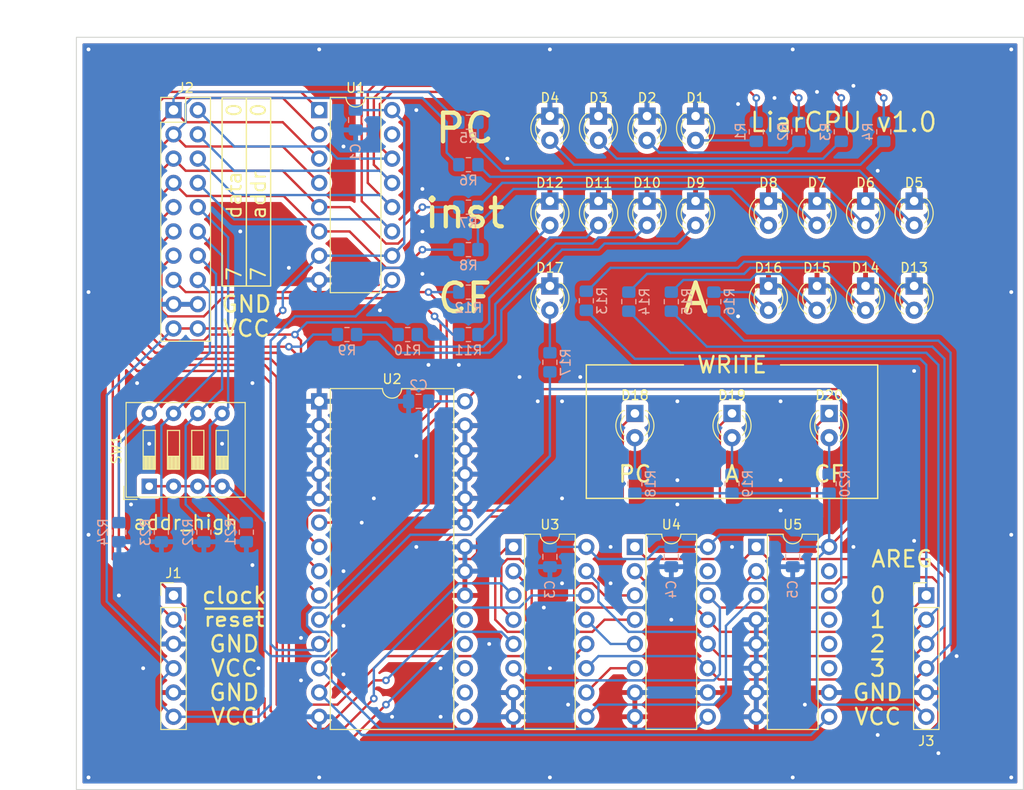
<source format=kicad_pcb>
(kicad_pcb (version 20211014) (generator pcbnew)
  (layers (0 "F.Cu" signal) (31 "B.Cu" signal) (34 "B.Paste" user) (35 "F.Paste" user) (36 "B.SilkS" user "B.Silkscreen") (37 "F.SilkS" user "F.Silkscreen") (38 "B.Mask" user) (39 "F.Mask" user) (44 "Edge.Cuts" user))
  (net 0 "")
  (net 1 "VCC")
  (net 2 "GND")
  (net 3 "Net-(D1-Pad2)")
  (net 4 "Net-(D2-Pad2)")
  (net 5 "Net-(D3-Pad2)")
  (net 6 "Net-(D4-Pad2)")
  (net 7 "Net-(D5-Pad2)")
  (net 8 "Net-(D6-Pad2)")
  (net 9 "Net-(D7-Pad2)")
  (net 10 "Net-(D8-Pad2)")
  (net 11 "Net-(D9-Pad2)")
  (net 12 "Net-(D10-Pad2)")
  (net 13 "Net-(D11-Pad2)")
  (net 14 "Net-(D12-Pad2)")
  (net 15 "Net-(D13-Pad2)")
  (net 16 "Net-(D14-Pad2)")
  (net 17 "Net-(D15-Pad2)")
  (net 18 "Net-(D16-Pad2)")
  (net 19 "Net-(D17-Pad2)")
  (net 20 "/~{pc_load}")
  (net 21 "Net-(D18-Pad2)")
  (net 22 "/~{ra_load}")
  (net 23 "Net-(D19-Pad2)")
  (net 24 "/~{cf_load}")
  (net 25 "Net-(D20-Pad2)")
  (net 26 "/clk")
  (net 27 "/~{reset}")
  (net 28 "/led/inst0")
  (net 29 "/led/inst1")
  (net 30 "/led/inst2")
  (net 31 "/led/inst3")
  (net 32 "/led/inst4")
  (net 33 "/led/inst5")
  (net 34 "/led/inst6")
  (net 35 "/led/inst7")
  (net 36 "/led/pc0")
  (net 37 "/led/pc1")
  (net 38 "/led/pc2")
  (net 39 "/led/pc3")
  (net 40 "/pc4")
  (net 41 "/pc5")
  (net 42 "/pc6")
  (net 43 "/pc7")
  (net 44 "/led/ra0")
  (net 45 "/led/ra1")
  (net 46 "/led/ra2")
  (net 47 "/led/ra3")
  (net 48 "/cf")
  (net 55 "Net-(U3-Pad1)")
  (net 56 "Net-(U3-Pad4)")
  (net 57 "Net-(U3-Pad9)")
  (net 58 "Net-(U3-Pad10)")
  (net 59 "Net-(U3-Pad13)")
  (footprint "LED_THT:LED_D3.0mm_Clear" (layer "F.Cu") (at 110.49 51.43 -90)
    (fp_text reference "D12")
    (fp_text value "OSG5TA3Z74A")
  )
  (footprint "LED_THT:LED_D3.0mm_Clear" (layer "F.Cu") (at 110.49 42.54 -90)
    (fp_text reference "D4")
    (fp_text value "OSR5JA3Z74A")
  )
  (footprint "LED_THT:LED_D3.0mm_Clear" (layer "F.Cu") (at 129.54 73.66 -90)
    (fp_text reference "D19")
    (fp_text value "OSR5JA3Z74A")
  )
  (footprint "LED_THT:LED_D3.0mm_Clear" (layer "F.Cu") (at 148.59 51.43 -90)
    (fp_text reference "D5")
    (fp_text value "OSG5TA3Z74A")
  )
  (footprint "ModifiedKiCadLibrary:PinHeader_2x10_P2.54mm_Vertical_Top_Bottom" (layer "F.Cu") (at 71.12 41.91)
    (fp_text reference "J2")
    (fp_text value "Conn_02x10_Top_Bottom")
  )
  (footprint "LED_THT:LED_D3.0mm_Clear" (layer "F.Cu") (at 115.57 42.54 -90)
    (fp_text reference "D3")
    (fp_text value "OSR5JA3Z74A")
  )
  (footprint "LED_THT:LED_D3.0mm_Clear" (layer "F.Cu") (at 148.59 60.32 -90)
    (fp_text reference "D13")
    (fp_text value "OSY5JA3Z74A")
  )
  (footprint "LED_THT:LED_D3.0mm_Clear" (layer "F.Cu") (at 133.35 60.32 -90)
    (fp_text reference "D16")
    (fp_text value "OSY5JA3Z74A")
  )
  (footprint "Connector_PinHeader_2.54mm:PinHeader_1x06_P2.54mm_Vertical" (layer "F.Cu") (at 71.12 92.71)
    (fp_text reference "J1")
    (fp_text value "Conn_01x06")
  )
  (footprint "LED_THT:LED_D3.0mm_Clear" (layer "F.Cu") (at 133.35 51.43 -90)
    (fp_text reference "D8")
    (fp_text value "OSG5TA3Z74A")
  )
  (footprint "LED_THT:LED_D3.0mm_Clear" (layer "F.Cu") (at 139.7 73.66 -90)
    (fp_text reference "D20")
    (fp_text value "OSR5JA3Z74A")
  )
  (footprint "LED_THT:LED_D3.0mm_Clear" (layer "F.Cu") (at 115.57 51.43 -90)
    (fp_text reference "D11")
    (fp_text value "OSG5TA3Z74A")
  )
  (footprint "LED_THT:LED_D3.0mm_Clear" (layer "F.Cu") (at 120.65 51.43 -90)
    (fp_text reference "D10")
    (fp_text value "OSG5TA3Z74A")
  )
  (footprint "ModifiedKiCadLibrary:DIP-28_W15.24mm_D1mm" (layer "F.Cu") (at 86.36 72.39)
    (fp_text reference "U2")
    (fp_text value "27C512")
  )
  (footprint "LED_THT:LED_D3.0mm_Clear" (layer "F.Cu") (at 125.73 42.54 -90)
    (fp_text reference "D1")
    (fp_text value "OSR5JA3Z74A")
  )
  (footprint "LED_THT:LED_D3.0mm_Clear" (layer "F.Cu") (at 138.43 60.32 -90)
    (fp_text reference "D15")
    (fp_text value "OSY5JA3Z74A")
  )
  (footprint "LED_THT:LED_D3.0mm_Clear" (layer "F.Cu") (at 125.73 51.43 -90)
    (fp_text reference "D9")
    (fp_text value "OSG5TA3Z74A")
  )
  (footprint "LED_THT:LED_D3.0mm_Clear" (layer "F.Cu") (at 119.38 73.66 -90)
    (fp_text reference "D18")
    (fp_text value "OSR5JA3Z74A")
  )
  (footprint "LED_THT:LED_D3.0mm_Clear" (layer "F.Cu") (at 143.51 51.43 -90)
    (fp_text reference "D6")
    (fp_text value "OSG5TA3Z74A")
  )
  (footprint "ModifiedKiCadLibrary:DIP-16_W7.62mm_D1mm" (layer "F.Cu") (at 132.08 87.63)
    (fp_text reference "U5")
    (fp_text value "74HC161")
  )
  (footprint "LED_THT:LED_D3.0mm_Clear" (layer "F.Cu") (at 110.49 60.32 -90)
    (fp_text reference "D17")
    (fp_text value "OSR5JA3Z74A")
  )
  (footprint "Connector_PinHeader_2.54mm:PinHeader_1x06_P2.54mm_Vertical" (layer "F.Cu") (at 149.86 92.71)
    (fp_text reference "J3")
    (fp_text value "Conn_01x06")
  )
  (footprint "ModifiedKiCadLibrary:DIP-16_W7.62mm_D1mm" (layer "F.Cu") (at 86.36 41.91)
    (fp_text reference "U1")
    (fp_text value "74HC161")
  )
  (footprint "Button_Switch_THT:SW_DIP_SPSTx04_Slide_9.78x12.34mm_W7.62mm_P2.54mm" (layer "F.Cu") (at 68.58 81.28 90)
    (fp_text reference "SW1")
    (fp_text value "SW_DIP_x04")
  )
  (footprint "LED_THT:LED_D3.0mm_Clear" (layer "F.Cu") (at 138.43 51.43 -90)
    (fp_text reference "D7")
    (fp_text value "OSG5TA3Z74A")
  )
  (footprint "LED_THT:LED_D3.0mm_Clear" (layer "F.Cu") (at 143.51 60.32 -90)
    (fp_text reference "D14")
    (fp_text value "OSY5JA3Z74A")
  )
  (footprint "ModifiedKiCadLibrary:DIP-16_W7.62mm_D1mm" (layer "F.Cu") (at 119.38 87.63)
    (fp_text reference "U4")
    (fp_text value "74HC161")
  )
  (footprint "ModifiedKiCadLibrary:DIP-16_W7.62mm_D1mm" (layer "F.Cu") (at 106.68 87.63)
    (fp_text reference "U3")
    (fp_text value "74HC283")
  )
  (footprint "LED_THT:LED_D3.0mm_Clear" (layer "F.Cu") (at 120.65 42.54 -90)
    (fp_text reference "D2")
    (fp_text value "OSR5JA3Z74A")
  )
  (footprint "Resistor_SMD:R_0805_2012Metric_Pad1.20x1.40mm_HandSolder" (layer "B.Cu") (at 145.415 44.18 -90)
    (fp_text reference "R4")
    (fp_text value "3.9k")
  )
  (footprint "Resistor_SMD:R_0805_2012Metric_Pad1.20x1.40mm_HandSolder" (layer "B.Cu") (at 69.85 86.09 -90)
    (fp_text reference "R23")
    (fp_text value "10k")
  )
  (footprint "Capacitor_SMD:C_0805_2012Metric_Pad1.18x1.45mm_HandSolder" (layer "B.Cu") (at 135.89 88.6675 -90)
    (fp_text reference "C5")
    (fp_text value "0.1u")
  )
  (footprint "Capacitor_SMD:C_0805_2012Metric_Pad1.18x1.45mm_HandSolder" (layer "B.Cu") (at 96.7525 72.39 180)
    (fp_text reference "C2")
    (fp_text value "0.1u")
  )
  (footprint "Resistor_SMD:R_0805_2012Metric_Pad1.20x1.40mm_HandSolder" (layer "B.Cu") (at 129.54 81.01 90)
    (fp_text reference "R19")
    (fp_text value "3.9k")
  )
  (footprint "Resistor_SMD:R_0805_2012Metric_Pad1.20x1.40mm_HandSolder" (layer "B.Cu") (at 101.965 43.18)
    (fp_text reference "R5")
    (fp_text value "22k")
  )
  (footprint "Resistor_SMD:R_0805_2012Metric_Pad1.20x1.40mm_HandSolder" (layer "B.Cu") (at 101.965 52.07)
    (fp_text reference "R7")
    (fp_text value "22k")
  )
  (footprint "Capacitor_SMD:C_0805_2012Metric_Pad1.18x1.45mm_HandSolder" (layer "B.Cu") (at 110.49 88.6675 -90)
    (fp_text reference "C3")
    (fp_text value "0.1u")
  )
  (footprint "Resistor_SMD:R_0805_2012Metric_Pad1.20x1.40mm_HandSolder" (layer "B.Cu") (at 127.635 61.96 90)
    (fp_text reference "R16")
    (fp_text value "2k")
  )
  (footprint "Resistor_SMD:R_0805_2012Metric_Pad1.20x1.40mm_HandSolder" (layer "B.Cu") (at 140.97 44.18 -90)
    (fp_text reference "R3")
    (fp_text value "3.9k")
  )
  (footprint "Resistor_SMD:R_0805_2012Metric_Pad1.20x1.40mm_HandSolder" (layer "B.Cu") (at 89.265 65.405)
    (fp_text reference "R9")
    (fp_text value "22k")
  )
  (footprint "Resistor_SMD:R_0805_2012Metric_Pad1.20x1.40mm_HandSolder" (layer "B.Cu") (at 65.405 86.09 -90)
    (fp_text reference "R24")
    (fp_text value "10k")
  )
  (footprint "Resistor_SMD:R_0805_2012Metric_Pad1.20x1.40mm_HandSolder" (layer "B.Cu") (at 118.745 61.96 90)
    (fp_text reference "R14")
    (fp_text value "2k")
  )
  (footprint "Resistor_SMD:R_0805_2012Metric_Pad1.20x1.40mm_HandSolder" (layer "B.Cu") (at 74.295 86.09 -90)
    (fp_text reference "R22")
    (fp_text value "10k")
  )
  (footprint "Resistor_SMD:R_0805_2012Metric_Pad1.20x1.40mm_HandSolder" (layer "B.Cu") (at 136.525 44.18 -90)
    (fp_text reference "R2")
    (fp_text value "3.9k")
  )
  (footprint "Resistor_SMD:R_0805_2012Metric_Pad1.20x1.40mm_HandSolder" (layer "B.Cu") (at 101.965 65.405)
    (fp_text reference "R11")
    (fp_text value "22k")
  )
  (footprint "Resistor_SMD:R_0805_2012Metric_Pad1.20x1.40mm_HandSolder" (layer "B.Cu") (at 114.3 61.865 90)
    (fp_text reference "R13")
    (fp_text value "2k")
  )
  (footprint "Resistor_SMD:R_0805_2012Metric_Pad1.20x1.40mm_HandSolder" (layer "B.Cu") (at 101.965 47.625)
    (fp_text reference "R6")
    (fp_text value "22k")
  )
  (footprint "Resistor_SMD:R_0805_2012Metric_Pad1.20x1.40mm_HandSolder" (layer "B.Cu") (at 110.49 68.31 90)
    (fp_text reference "R17")
    (fp_text value "3.9k")
  )
  (footprint "Capacitor_SMD:C_0805_2012Metric_Pad1.18x1.45mm_HandSolder" (layer "B.Cu") (at 123.19 88.6675 -90)
    (fp_text reference "C4")
    (fp_text value "0.1u")
  )
  (footprint "Resistor_SMD:R_0805_2012Metric_Pad1.20x1.40mm_HandSolder" (layer "B.Cu") (at 139.7 81.01 90)
    (fp_text reference "R20")
    (fp_text value "3.9k")
  )
  (footprint "Resistor_SMD:R_0805_2012Metric_Pad1.20x1.40mm_HandSolder" (layer "B.Cu") (at 132.08 44.18 -90)
    (fp_text reference "R1")
    (fp_text value "3.9k")
  )
  (footprint "Capacitor_SMD:C_0805_2012Metric_Pad1.18x1.45mm_HandSolder" (layer "B.Cu") (at 90.17 42.9475 -90)
    (fp_text reference "C1")
    (fp_text value "0.1u")
  )
  (footprint "Resistor_SMD:R_0805_2012Metric_Pad1.20x1.40mm_HandSolder" (layer "B.Cu") (at 101.965 56.515)
    (fp_text reference "R8")
    (fp_text value "22k")
  )
  (footprint "Resistor_SMD:R_0805_2012Metric_Pad1.20x1.40mm_HandSolder" (layer "B.Cu") (at 95.615 65.405)
    (fp_text reference "R10")
    (fp_text value "22k")
  )
  (footprint "Resistor_SMD:R_0805_2012Metric_Pad1.20x1.40mm_HandSolder" (layer "B.Cu") (at 119.38 81.01 90)
    (fp_text reference "R18")
    (fp_text value "3.9k")
  )
  (footprint "Resistor_SMD:R_0805_2012Metric_Pad1.20x1.40mm_HandSolder" (layer "B.Cu") (at 78.74 86.09 -90)
    (fp_text reference "R21")
    (fp_text value "10k")
  )
  (footprint "Resistor_SMD:R_0805_2012Metric_Pad1.20x1.40mm_HandSolder" (layer "B.Cu") (at 101.965 60.96)
    (fp_text reference "R12")
    (fp_text value "22k")
  )
  (footprint "Resistor_SMD:R_0805_2012Metric_Pad1.20x1.40mm_HandSolder" (layer "B.Cu") (at 123.19 61.96 90)
    (fp_text reference "R15")
    (fp_text value "2k")
  )
  (gr_line (start 144.78 82.55) (end 144.78 68.58) (layer "F.SilkS") (width 0.15))
  (gr_rect (start 76.2 40.64) (end 81.28 60.325) (layer "F.SilkS") (width 0.15) (fill none))
  (gr_line (start 78.74 40.64) (end 78.74 60.325) (layer "F.SilkS") (width 0.15))
  (gr_line (start 114.3 82.55) (end 144.78 82.55) (layer "F.SilkS") (width 0.15))
  (gr_line (start 124.46 68.58) (end 114.3 68.58) (layer "F.SilkS") (width 0.15))
  (gr_line (start 144.78 68.58) (end 134.62 68.58) (layer "F.SilkS") (width 0.15))
  (gr_line (start 114.3 68.58) (end 114.3 82.55) (layer "F.SilkS") (width 0.15))
  (gr_rect (start 60.96 34.29) (end 160.02 113.03) (layer "Edge.Cuts") (width 0.1) (fill none))
  (gr_text "2" (at 144.78 97.79) (layer "F.SilkS") (effects (font (size 1.7 1.7) (thickness 0.25))))
  (gr_text "GND" (at 144.78 102.87) (layer "F.SilkS") (effects (font (size 1.7 1.7) (thickness 0.25))))
  (gr_text "PC" (at 119.38 80.01) (layer "F.SilkS") (effects (font (size 1.7 1.7) (thickness 0.25))))
  (gr_text "3" (at 144.78 100.33) (layer "F.SilkS") (effects (font (size 1.7 1.7) (thickness 0.25))))
  (gr_text "A" (at 129.54 80.01) (layer "F.SilkS") (effects (font (size 1.7 1.7) (thickness 0.25))))
  (gr_text "1" (at 144.78 95.25) (layer "F.SilkS") (effects (font (size 1.7 1.7) (thickness 0.25))))
  (gr_text "addr_high" (at 72.39 85.09) (layer "F.SilkS") (effects (font (size 1.5 1.5) (thickness 0.2))))
  (gr_text "0" (at 80.01 41.91 90) (layer "F.SilkS") (effects (font (size 1.5 1.5) (thickness 0.2))))
  (gr_text "~{reset}" (at 77.47 95.25) (layer "F.SilkS") (effects (font (size 1.4 1.7) (thickness 0.25))))
  (gr_text "inst" (at 101.6 52.705) (layer "F.SilkS") (effects (font (size 3 3) (thickness 0.45))))
  (gr_text "CF" (at 139.7 80.01) (layer "F.SilkS") (effects (font (size 1.7 1.7) (thickness 0.25))))
  (gr_text "CF" (at 101.6 61.595) (layer "F.SilkS") (effects (font (size 3 3) (thickness 0.45))))
  (gr_text "A" (at 125.73 61.595) (layer "F.SilkS") (effects (font (size 3 3) (thickness 0.45))))
  (gr_text "VCC" (at 77.47 100.33) (layer "F.SilkS") (effects (font (size 1.7 1.7) (thickness 0.25))))
  (gr_text "0" (at 144.78 92.71) (layer "F.SilkS") (effects (font (size 1.7 1.7) (thickness 0.25))))
  (gr_text "7" (at 77.47 59.055 90) (layer "F.SilkS") (effects (font (size 1.5 1.5) (thickness 0.2))))
  (gr_text "PC" (at 101.6 43.815) (layer "F.SilkS") (effects (font (size 3 3) (thickness 0.45))))
  (gr_text "0" (at 77.47 41.91 90) (layer "F.SilkS") (effects (font (size 1.5 1.5) (thickness 0.2))))
  (gr_text "7" (at 80.01 59.055 90) (layer "F.SilkS") (effects (font (size 1.5 1.5) (thickness 0.2))))
  (gr_text "VCC" (at 77.47 105.41) (layer "F.SilkS") (effects (font (size 1.7 1.7) (thickness 0.25))))
  (gr_text "data" (at 77.47 50.8 90) (layer "F.SilkS") (effects (font (size 1.5 1.5) (thickness 0.2))))
  (gr_text "VCC" (at 78.74 64.77) (layer "F.SilkS") (effects (font (size 1.7 1.7) (thickness 0.25))))
  (gr_text "GND" (at 77.47 97.79) (layer "F.SilkS") (effects (font (size 1.7 1.7) (thickness 0.25))))
  (gr_text "addr" (at 80.01 50.8 90) (layer "F.SilkS") (effects (font (size 1.5 1.5) (thickness 0.2))))
  (gr_text "VCC" (at 144.78 105.41) (layer "F.SilkS") (effects (font (size 1.7 1.7) (thickness 0.25))))
  (gr_text "GND" (at 78.74 62.23) (layer "F.SilkS") (effects (font (size 1.7 1.7) (thickness 0.25))))
  (gr_text "LiarCPU v1.0" (at 151.13 43.18) (layer "F.SilkS") (effects (font (size 2 2) (thickness 0.25)) (justify right)))
  (gr_text "clock" (at 77.47 92.71) (layer "F.SilkS") (effects (font (size 1.7 1.7) (thickness 0.25))))
  (gr_text "GND" (at 77.47 102.87) (layer "F.SilkS") (effects (font (size 1.7 1.7) (thickness 0.25))))
  (gr_text "AREG" (at 147.32 88.9) (layer "F.SilkS") (effects (font (size 1.7 1.7) (thickness 0.25))))
  (gr_text "WRITE" (at 129.54 68.58) (layer "F.SilkS") (effects (font (size 1.7 1.7) (thickness 0.25))))
  (segment (start 73.66 64.77) (end 80.645 64.77) (width 0.25) (layer "F.Cu") (net 1))
  (segment (start 68.58 81.28) (end 71.12 81.28) (width 0.25) (layer "F.Cu") (net 1))
  (segment (start 76.2 81.28) (end 73.66 81.28) (width 0.25) (layer "F.Cu") (net 1))
  (segment (start 71.12 81.28) (end 73.66 81.28) (width 0.25) (layer "F.Cu") (net 1))
  (segment (start 142.24 85.09) (end 139.7 87.63) (width 0.25) (layer "F.Cu") (net 1))
  (segment (start 101.6 72.39) (end 102.87 71.12) (width 0.25) (layer "F.Cu") (net 1))
  (segment (start 102.87 71.12) (end 140.97 71.12) (width 0.25) (layer "F.Cu") (net 1))
  (segment (start 140.97 71.12) (end 142.24 72.39) (width 0.25) (layer "F.Cu") (net 1))
  (segment (start 80.645 64.77) (end 82.55 62.865) (width 0.25) (layer "F.Cu") (net 1))
  (segment (start 71.12 64.77) (end 73.66 64.77) (width 0.25) (layer "F.Cu") (net 1))
  (segment (start 142.24 72.39) (end 142.24 85.09) (width 0.25) (layer "F.Cu") (net 1))
  (via (at 82.55 62.865) (size 0.8) (drill 0.4) (layers "F.Cu" "B.Cu") (net 1))
  (segment (start 85.725 93.98) (end 85.09 94.615) (width 0.25) (layer "B.Cu") (net 1))
  (segment (start 76.835 81.28) (end 80.645 85.09) (width 0.25) (layer "B.Cu") (net 1))
  (segment (start 86.995 99.06) (end 81.28 99.06) (width 0.25) (layer "B.Cu") (net 1))
  (segment (start 97.79 72.39) (end 97.79 83.185) (width 0.25) (layer "B.Cu") (net 1))
  (segment (start 149.86 105.41) (end 148.59 104.14) (width 0.25) (layer "B.Cu") (net 1))
  (segment (start 119.38 82.01) (end 129.54 82.01) (width 0.25) (layer "B.Cu") (net 1))
  (segment (start 138.43 88.9) (end 139.7 87.63) (width 0.25) (layer "B.Cu") (net 1))
  (segment (start 82.55 62.865) (end 82.55 60.96) (width 0.25) (layer "B.Cu") (net 1))
  (segment (start 120.65 88.9) (end 115.57 88.9) (width 0.25) (layer "B.Cu") (net 1))
  (segment (start 123.19 87.63) (end 127 87.63) (width 0.25) (layer "B.Cu") (net 1))
  (segment (start 80.645 98.425) (end 81.28 99.06) (width 0.25) (layer "B.Cu") (net 1))
  (segment (start 134.62 86.36) (end 128.27 86.36) (width 0.25) (layer "B.Cu") (net 1))
  (segment (start 82.55 60.96) (end 86.36 57.15) (width 0.25) (layer "B.Cu") (net 1))
  (segment (start 69.85 104.14) (end 69.85 101.6) (width 0.25) (layer "B.Cu") (net 1))
  (segment (start 97.79 72.39) (end 101.6 72.39) (width 0.25) (layer "B.Cu") (net 1))
  (segment (start 71.12 105.41) (end 69.85 104.14) (width 0.25) (layer "B.Cu") (net 1))
  (segment (start 85.09 95.885) (end 85.725 96.52) (width 0.25) (layer "B.Cu") (net 1))
  (segment (start 87.63 97.155) (end 87.63 98.425) (width 0.25) (layer "B.Cu") (net 1))
  (segment (start 135.89 87.63) (end 134.62 86.36) (width 0.25) (layer "B.Cu") (net 1))
  (segment (start 64.135 93.345) (end 71.12 100.33) (width 0.25) (layer "B.Cu") (net 1))
  (segment (start 139.7 87.63) (end 135.89 87.63) (width 0.25) (layer "B.Cu") (net 1))
  (segment (start 87.63 98.425) (end 86.995 99.06) (width 0.25) (layer "B.Cu") (net 1))
  (segment (start 139.7 82.01) (end 139.7 87.63) (width 0.25) (layer "B.Cu") (net 1))
  (segment (start 121.92 87.63) (end 120.65 88.9) (width 0.25) (layer "B.Cu") (net 1))
  (segment (start 129.54 82.01) (end 139.7 82.01) (width 0.25) (layer "B.Cu") (net 1))
  (segment (start 95.25 55.88) (end 93.98 57.15) (width 0.25) (layer "B.Cu") (net 1))
  (segment (start 86.995 96.52) (end 87.63 97.155) (width 0.25) (layer "B.Cu") (net 1))
  (segment (start 85.725 96.52) (end 86.995 96.52) (width 0.25) (layer "B.Cu") (net 1))
  (segment (start 86.995 93.98) (end 85.725 93.98) (width 0.25) (layer "B.Cu") (net 1))
  (segment (start 69.85 101.6) (end 71.12 100.33) (width 0.25) (layer "B.Cu") (net 1))
  (segment (start 85.09 94.615) (end 85.09 95.885) (width 0.25) (layer "B.Cu") (net 1))
  (segment (start 71.12 64.77) (end 64.135 71.755) (width 0.25) (layer "B.Cu") (net 1))
  (segment (start 93.98 41.91) (end 95.25 43.18) (width 0.25) (layer "B.Cu") (net 1))
  (segment (start 139.065 104.14) (end 138.43 103.505) (width 0.25) (layer "B.Cu") (net 1))
  (segment (start 110.49 87.63) (end 114.3 87.63) (width 0.25) (layer "B.Cu") (net 1))
  (segment (start 115.57 88.9) (end 114.3 87.63) (width 0.25) (layer "B.Cu") (net 1))
  (segment (start 76.2 81.28) (end 76.835 81.28) (width 0.25) (layer "B.Cu") (net 1))
  (segment (start 97.79 83.185) (end 86.995 93.98) (width 0.25) (layer "B.Cu") (net 1))
  (segment (start 128.27 86.36) (end 127 87.63) (width 0.25) (layer "B.Cu") (net 1))
  (segment (start 80.645 85.09) (end 80.645 98.425) (width 0.25) (layer "B.Cu") (net 1))
  (segment (start 138.43 103.505) (end 138.43 88.9) (width 0.25) (layer "B.Cu") (net 1))
  (segment (start 80.01 105.41) (end 71.12 105.41) (width 0.25) (layer "B.Cu") (net 1))
  (segment (start 64.135 71.755) (end 64.135 93.345) (width 0.25) (layer "B.Cu") (net 1))
  (segment (start 93.98 57.15) (end 86.36 57.15) (width 0.25) (layer "B.Cu") (net 1))
  (segment (start 148.59 104.14) (end 139.065 104.14) (width 0.25) (layer "B.Cu") (net 1))
  (segment (start 123.19 87.63) (end 121.92 87.63) (width 0.25) (layer "B.Cu") (net 1))
  (segment (start 90.17 41.91) (end 93.98 41.91) (width 0.25) (layer "B.Cu") (net 1))
  (segment (start 81.28 99.06) (end 81.28 104.14) (width 0.25) (layer "B.Cu") (net 1))
  (segment (start 81.28 104.14) (end 80.01 105.41) (width 0.25) (layer "B.Cu") (net 1))
  (segment (start 95.25 43.18) (end 95.25 55.88) (width 0.25) (layer "B.Cu") (net 1))
  (via (at 123.825 80.645) (size 0.8) (drill 0.4) (layers "F.Cu" "B.Cu") (net 2))
  (via (at 97.155 59.055) (size 0.8) (drill 0.4) (layers "F.Cu" "B.Cu") (net 2))
  (via (at 97.79 68.58) (size 0.8) (drill 0.4) (layers "F.Cu" "B.Cu") (net 2))
  (via (at 67.945 100.33) (size 0.8) (drill 0.4) (layers "F.Cu" "B.Cu") (net 2))
  (via (at 97.155 54.61) (size 0.8) (drill 0.4) (layers "F.Cu" "B.Cu") (net 2))
  (via (at 107.315 69.85) (size 0.8) (drill 0.4) (layers "F.Cu" "B.Cu") (net 2))
  (via (at 62.23 60.96) (size 0.8) (drill 0.4) (layers "F.Cu" "B.Cu") (net 2))
  (via (at 158.75 60.96) (size 0.8) (drill 0.4) (layers "F.Cu" "B.Cu") (net 2))
  (via (at 137.16 104.14) (size 0.8) (drill 0.4) (layers "F.Cu" "B.Cu") (net 2))
  (via (at 80.01 100.33) (size 0.8) (drill 0.4) (layers "F.Cu" "B.Cu") (net 2))
  (via (at 106.045 46.99) (size 0.8) (drill 0.4) (layers "F.Cu" "B.Cu") (net 2))
  (via (at 68.58 76.835) (size 0.8) (drill 0.4) (layers "F.Cu" "B.Cu") (net 2))
  (via (at 123.825 83.185) (size 0.8) (drill 0.4) (layers "F.Cu" "B.Cu") (net 2))
  (via (at 109.22 72.39) (size 0.8) (drill 0.4) (layers "F.Cu" "B.Cu") (net 2))
  (via (at 65.405 92.71) (size 0.8) (drill 0.4) (layers "F.Cu" "B.Cu") (net 2))
  (via (at 92.71 62.865) (size 0.8) (drill 0.4) (layers "F.Cu" "B.Cu") (net 2))
  (via (at 110.49 100.33) (size 0.8) (drill 0.4) (layers "F.Cu" "B.Cu") (net 2))
  (via (at 104.14 97.79) (size 0.8) (drill 0.4) (layers "F.Cu" "B.Cu") (net 2))
  (via (at 96.52 41.91) (size 0.8) (drill 0.4) (layers "F.Cu" "B.Cu") (net 2))
  (via (at 99.06 100.33) (size 0.8) (drill 0.4) (layers "F.Cu" "B.Cu") (net 2))
  (via (at 62.23 86.36) (size 0.8) (drill 0.4) (layers "F.Cu" "B.Cu") (net 2))
  (via (at 116.84 91.44) (size 0.8) (drill 0.4) (layers "F.Cu" "B.Cu") (net 2))
  (via (at 111.76 91.44) (size 0.8) (drill 0.4) (layers "F.Cu" "B.Cu") (net 2))
  (via (at 142.24 87.63) (size 0.8) (drill 0.4) (layers "F.Cu" "B.Cu") (net 2))
  (via (at 142.24 39.37) (size 0.8) (drill 0.4) (layers "F.Cu" "B.Cu") (net 2))
  (via (at 96.52 87.63) (size 0.8) (drill 0.4) (layers "F.Cu" "B.Cu") (net 2))
  (via (at 111.76 82.55) (size 0.8) (drill 0.4) (layers "F.Cu" "B.Cu") (net 2))
  (via (at 62.23 35.56) (size 0.8) (drill 0.4) (layers "F.Cu" "B.Cu") (net 2))
  (via (at 113.665 69.85) (size 0.8) (drill 0.4) (layers "F.Cu" "B.Cu") (net 2))
  (via (at 148.59 86.995) (size 0.8) (drill 0.4) (layers "F.Cu" "B.Cu") (net 2))
  (via (at 112.395 104.14) (size 0.8) (drill 0.4) (layers "F.Cu" "B.Cu") (net 2))
  (via (at 109.855 93.98) (size 0.8) (drill 0.4) (layers "F.Cu" "B.Cu") (net 2))
  (via (at 86.36 35.56) (size 0.8) (drill 0.4) (layers "F.Cu" "B.Cu") (net 2))
  (via (at 144.78 107.315) (size 0.8) (drill 0.4) (layers "F.Cu" "B.Cu") (net 2))
  (via (at 153.035 99.06) (size 0.8) (drill 0.4) (layers "F.Cu" "B.Cu") (net 2))
  (via (at 96.52 78.105) (size 0.8) (drill 0.4) (layers "F.Cu" "B.Cu") (net 2))
  (via (at 62.23 111.76) (size 0.8) (drill 0.4) (layers "F.Cu" "B.Cu") (net 2))
  (via (at 151.13 109.22) (size 0.8) (drill 0.4) (layers "F.Cu" "B.Cu") (net 2))
  (via (at 148.59 69.215) (size 0.8) (drill 0.4) (layers "F.Cu" "B.Cu") (net 2))
  (via (at 130.175 63.5) (size 0.8) (drill 0.4) (layers "F.Cu" "B.Cu") (net 2))
  (via (at 110.49 111.76) (size 0.8) (drill 0.4) (layers "F.Cu" "B.Cu") (net 2))
  (via (at 88.9 95.885) (size 0.8) (drill 0.4) (layers "F.Cu" "B.Cu") (net 2))
  (via (at 110.49 35.56) (size 0.8) (drill 0.4) (layers "F.Cu" "B.Cu") (net 2))
  (via (at 66.675 83.185) (size 0.8) (drill 0.4) (layers "F.Cu" "B.Cu") (net 2))
  (via (at 79.375 70.485) (size 0.8) (drill 0.4) (layers "F.Cu" "B.Cu") (net 2))
  (via (at 123.825 72.39) (size 0.8) (drill 0.4) (layers "F.Cu" "B.Cu") (net 2))
  (via (at 88.9 45.72) (size 0.8) (drill 0.4) (layers "F.Cu" "B.Cu") (net 2))
  (via (at 76.2 76.835) (size 0.8) (drill 0.4) (layers "F.Cu" "B.Cu") (net 2))
  (via (at 134.62 83.82) (size 0.8) (drill 0.4) (layers "F.Cu" "B.Cu") (net 2))
  (via (at 158.75 35.56) (size 0.8) (drill 0.4) (layers "F.Cu" "B.Cu") (net 2))
  (via (at 134.62 80.645) (size 0.8) (drill 0.4) (layers "F.Cu" "B.Cu") (net 2))
  (via (at 133.985 40.64) (size 0.8) (drill 0.4) (layers "F.Cu" "B.Cu") (net 2))
  (via (at 158.75 86.36) (size 0.8) (drill 0.4) (layers "F.Cu" "B.Cu") (net 2))
  (via (at 84.455 101.6) (size 0.8) (drill 0.4) (layers "F.Cu" "B.Cu") (net 2))
  (via (at 144.78 48.26) (size 0.8) (drill 0.4) (layers "F.Cu" "B.Cu") (net 2))
  (via (at 86.36 111.76) (size 0.8) (drill 0.4) (layers "F.Cu" "B.Cu") (net 2))
  (via (at 129.54 87.63) (size 0.8) (drill 0.4) (layers "F.Cu" "B.Cu") (net 2))
  (via (at 99.06 105.41) (size 0.8) (drill 0.4) (layers "F.Cu" "B.Cu") (net 2))
  (via (at 67.31 70.485) (size 0.8) (drill 0.4) (layers "F.Cu" "B.Cu") (net 2))
  (via (at 93.98 105.41) (size 0.8) (drill 0.4) (layers "F.Cu" "B.Cu") (net 2))
  (via (at 88.9 100.965) (size 0.8) (drill 0.4) (layers "F.Cu" "B.Cu") (net 2))
  (via (at 84.455 97.155) (size 0.8) (drill 0.4) (layers "F.Cu" "B.Cu") (net 2))
  (via (at 134.62 72.39) (size 0.8) (drill 0.4) (layers "F.Cu" "B.Cu") (net 2))
  (via (at 97.155 50.165) (size 0.8) (drill 0.4) (layers "F.Cu" "B.Cu") (net 2))
  (via (at 79.375 89.535) (size 0.8) (drill 0.4) (layers "F.Cu" "B.Cu") (net 2))
  (via (at 92.075 82.55) (size 0.8) (drill 0.4) (layers "F.Cu" "B.Cu") (net 2))
  (via (at 78.105 54.61) (size 0.8) (drill 0.4) (layers "F.Cu" "B.Cu") (net 2))
  (via (at 88.9 90.17) (size 0.8) (drill 0.4) (layers "F.Cu" "B.Cu") (net 2))
  (via (at 83.185 58.42) (size 0.8) (drill 0.4) (layers "F.Cu" "B.Cu") (net 2))
  (via (at 123.19 95.25) (size 0.8) (drill 0.4) (layers "F.Cu" "B.Cu") (net 2))
  (via (at 135.89 35.56) (size 0.8) (drill 0.4) (layers "F.Cu" "B.Cu") (net 2))
  (via (at 116.84 87.63) (size 0.8) (drill 0.4) (layers "F.Cu" "B.Cu") (net 2))
  (via (at 100.965 68.58) (size 0.8) (drill 0.4) (layers "F.Cu" "B.Cu") (net 2))
  (via (at 130.175 41.275) (size 0.8) (drill 0.4) (layers "F.Cu" "B.Cu") (net 2))
  (via (at 158.75 111.76) (size 0.8) (drill 0.4) (layers "F.Cu" "B.Cu") (net 2))
  (via (at 111.76 72.39) (size 0.8) (drill 0.4) (layers "F.Cu" "B.Cu") (net 2))
  (via (at 90.805 85.09) (size 0.8) (drill 0.4) (layers "F.Cu" "B.Cu") (net 2))
  (via (at 138.43 40.005) (size 0.8) (drill 0.4) (layers "F.Cu" "B.Cu") (net 2))
  (via (at 135.89 111.76) (size 0.8) (drill 0.4) (layers "F.Cu" "B.Cu") (net 2))
  (segment (start 86.36 59.69) (end 91.44 59.69) (width 0.25) (layer "B.Cu") (net 2))
  (segment (start 129.54 87.63) (end 129.54 91.44) (width 0.25) (layer "B.Cu") (net 2))
  (segment (start 129.54 91.44) (end 135.89 91.44) (width 0.25) (layer "B.Cu") (net 2))
  (segment (start 123.19 93.98) (end 123.19 91.44) (width 0.25) (layer "B.Cu") (net 2))
  (segment (start 129.54 91.44) (end 123.19 91.44) (width 0.25) (layer "B.Cu") (net 2))
  (segment (start 118.11 93.98) (end 123.19 93.98) (width 0.25) (layer "B.Cu") (net 2))
  (segment (start 95.885 62.865) (end 92.71 62.865) (width 0.25) (layer "B.Cu") (net 2))
  (segment (start 135.89 91.44) (end 135.89 89.705) (width 0.25) (layer "B.Cu") (net 2))
  (segment (start 91.44 59.69) (end 92.71 58.42) (width 0.25) (layer "B.Cu") (net 2))
  (segment (start 116.84 91.44) (end 116.84 92.71) (width 0.25) (layer "B.Cu") (net 2))
  (segment (start 116.84 92.71) (end 118.11 93.98) (width 0.25) (layer "B.Cu") (net 2))
  (segment (start 92.71 58.42) (end 95.885 58.42) (width 0.25) (layer "B.Cu") (net 2))
  (segment (start 123.19 91.44) (end 123.19 89.705) (width 0.25) (layer "B.Cu") (net 2))
  (segment (start 95.885 58.42) (end 95.885 62.865) (width 0.25) (layer "B.Cu") (net 2))
  (segment (start 132.08 45.18) (end 131.98 45.08) (width 0.25) (layer "B.Cu") (net 3))
  (segment (start 131.98 45.08) (end 125.73 45.08) (width 0.25) (layer "B.Cu") (net 3))
  (segment (start 135.35 46.355) (end 121.925 46.355) (width 0.25) (layer "B.Cu") (net 4))
  (segment (start 121.925 46.355) (end 120.65 45.08) (width 0.25) (layer "B.Cu") (net 4))
  (segment (start 136.525 45.18) (end 135.35 46.355) (width 0.25) (layer "B.Cu") (net 4))
  (segment (start 139.065 46.99) (end 117.48 46.99) (width 0.25) (layer "B.Cu") (net 5))
  (segment (start 117.48 46.99) (end 115.57 45.08) (width 0.25) (layer "B.Cu") (net 5))
  (segment (start 140.97 45.18) (end 140.875 45.18) (width 0.25) (layer "B.Cu") (net 5))
  (segment (start 140.875 45.18) (end 139.065 46.99) (width 0.25) (layer "B.Cu") (net 5))
  (segment (start 113.03 47.625) (end 113.03 47.62) (width 0.25) (layer "B.Cu") (net 6))
  (segment (start 113.03 47.62) (end 110.49 45.08) (width 0.25) (layer "B.Cu") (net 6))
  (segment (start 142.97 47.625) (end 113.03 47.625) (width 0.25) (layer "B.Cu") (net 6))
  (segment (start 145.415 45.18) (end 142.97 47.625) (width 0.25) (layer "B.Cu") (net 6))
  (segment (start 105.41 48.26) (end 142.88 48.26) (width 0.25) (layer "B.Cu") (net 7))
  (segment (start 142.88 48.26) (end 148.59 53.97) (width 0.25) (layer "B.Cu") (net 7))
  (segment (start 102.965 45.815) (end 105.41 48.26) (width 0.25) (layer "B.Cu") (net 7))
  (segment (start 102.965 43.18) (end 102.965 45.815) (width 0.25) (layer "B.Cu") (net 7))
  (segment (start 143.51 53.97) (end 138.435 48.895) (width 0.25) (layer "B.Cu") (net 8))
  (segment (start 104.235 48.895) (end 102.965 47.625) (width 0.25) (layer "B.Cu") (net 8))
  (segment (start 138.435 48.895) (end 104.235 48.895) (width 0.25) (layer "B.Cu") (net 8))
  (segment (start 138.43 53.97) (end 133.99 49.53) (width 0.25) (layer "B.Cu") (net 9))
  (segment (start 105.505 49.53) (end 102.965 52.07) (width 0.25) (layer "B.Cu") (net 9))
  (segment (start 133.99 49.53) (end 105.505 49.53) (width 0.25) (layer "B.Cu") (net 9))
  (segment (start 102.965 53.88) (end 106.68 50.165) (width 0.25) (layer "B.Cu") (net 10))
  (segment (start 129.545 50.165) (end 133.35 53.97) (width 0.25) (layer "B.Cu") (net 10))
  (segment (start 102.965 56.515) (end 102.965 53.88) (width 0.25) (layer "B.Cu") (net 10))
  (segment (start 106.68 50.165) (end 129.545 50.165) (width 0.25) (layer "B.Cu") (net 10))
  (segment (start 123.8225 55.8775) (end 125.73 53.97) (width 0.25) (layer "B.Cu") (net 11))
  (segment (start 94.615 67.31) (end 104.14 67.31) (width 0.25) (layer "B.Cu") (net 11))
  (segment (start 105.41 66.04) (end 105.41 62.865) (width 0.25) (layer "B.Cu") (net 11))
  (segment (start 116.2075 55.8775) (end 123.8225 55.8775) (width 0.25) (layer "B.Cu") (net 11))
  (segment (start 90.265 65.405) (end 92.71 65.405) (width 0.25) (layer "B.Cu") (net 11))
  (segment (start 92.71 65.405) (end 94.615 67.31) (width 0.25) (layer "B.Cu") (net 11))
  (segment (start 115.57 56.515) (end 116.2075 55.8775) (width 0.25) (layer "B.Cu") (net 11))
  (segment (start 105.41 62.865) (end 111.76 56.515) (width 0.25) (layer "B.Cu") (net 11))
  (segment (start 111.76 56.515) (end 115.57 56.515) (width 0.25) (layer "B.Cu") (net 11))
  (segment (start 104.14 67.31) (end 105.41 66.04) (width 0.25) (layer "B.Cu") (net 11))
  (segment (start 104.775 62.23) (end 111.125 55.88) (width 0.25) (layer "B.Cu") (net 12))
  (segment (start 114.935 55.88) (end 115.5725 55.2425) (width 0.25) (layer "B.Cu") (net 12))
  (segment (start 96.615 65.5) (end 97.79 66.675) (width 0.25) (layer "B.Cu") (net 12))
  (segment (start 97.79 66.675) (end 103.505 66.675) (width 0.25) (layer "B.Cu") (net 12))
  (segment (start 96.615 65.405) (end 96.615 65.5) (width 0.25) (layer "B.Cu") (net 12))
  (segment (start 119.3775 55.2425) (end 120.65 53.97) (width 0.25) (layer "B.Cu") (net 12))
  (segment (start 103.505 66.675) (end 104.775 65.405) (width 0.25) (layer "B.Cu") (net 12))
  (segment (start 104.775 65.405) (end 104.775 62.23) (width 0.25) (layer "B.Cu") (net 12))
  (segment (start 115.5725 55.2425) (end 119.3775 55.2425) (width 0.25) (layer "B.Cu") (net 12))
  (segment (start 111.125 55.88) (end 114.935 55.88) (width 0.25) (layer "B.Cu") (net 12))
  (segment (start 114.295 55.245) (end 115.57 53.97) (width 0.25) (layer "B.Cu") (net 13))
  (segment (start 104.14 64.23) (end 104.14 61.595) (width 0.25) (layer "B.Cu") (net 13))
  (segment (start 104.14 61.595) (end 110.49 55.245) (width 0.25) (layer "B.Cu") (net 13))
  (segment (start 102.965 65.405) (end 104.14 64.23) (width 0.25) (layer "B.Cu") (net 13))
  (segment (start 110.49 55.245) (end 114.295 55.245) (width 0.25) (layer "B.Cu") (net 13))
  (segment (start 110.49 53.97) (end 103.5 60.96) (width 0.25) (layer "B.Cu") (net 14))
  (segment (start 103.5 60.96) (end 102.965 60.96) (width 0.25) (layer "B.Cu") (net 14))
  (segment (start 130.81 57.785) (end 143.515 57.785) (width 0.25) (layer "B.Cu") (net 15))
  (segment (start 116.84 58.42) (end 114.395 60.865) (width 0.25) (layer "B.Cu") (net 15))
  (segment (start 130.81 57.785) (end 130.175 58.42) (width 0.25) (layer "B.Cu") (net 15))
  (segment (start 114.395 60.865) (end 114.3 60.865) (width 0.25) (layer "B.Cu") (net 15))
  (segment (start 130.175 58.42) (end 116.84 58.42) (width 0.25) (layer "B.Cu") (net 15))
  (segment (start 143.515 57.785) (end 148.59 62.86) (width 0.25) (layer "B.Cu") (net 15))
  (segment (start 130.81 59.055) (end 120.65 59.055) (width 0.25) (layer "B.Cu") (net 16))
  (segment (start 139.07 58.42) (end 143.51 62.86) (width 0.25) (layer "B.Cu") (net 16))
  (segment (start 131.445 58.42) (end 130.81 59.055) (width 0.25) (layer "B.Cu") (net 16))
  (segment (start 118.745 60.96) (end 120.65 59.055) (width 0.25) (layer "B.Cu") (net 16))
  (segment (start 131.445 58.42) (end 139.07 58.42) (width 0.25) (layer "B.Cu") (net 16))
  (segment (start 132.08 59.055) (end 131.445 59.69) (width 0.25) (layer "B.Cu") (net 17))
  (segment (start 131.445 59.69) (end 124.46 59.69) (width 0.25) (layer "B.Cu") (net 17))
  (segment (start 134.625 59.055) (end 138.43 62.86) (width 0.25) (layer "B.Cu") (net 17))
  (segment (start 123.19 60.96) (end 124.46 59.69) (width 0.25) (layer "B.Cu") (net 17))
  (segment (start 132.08 59.055) (end 134.625 59.055) (width 0.25) (layer "B.Cu") (net 17))
  (segment (start 133.35 62.86) (end 131.45 60.96) (width 0.25) (layer "B.Cu") (net 18))
  (segment (start 131.45 60.96) (end 127.635 60.96) (width 0.25) (layer "B.Cu") (net 18))
  (segment (start 110.49 62.86) (end 110.49 67.31) (width 0.25) (layer "B.Cu") (net 19))
  (segment (start 118.11 83.185) (end 117.475 83.82) (width 0.25) (layer "F.Cu") (net 20))
  (segment (start 87.63 86.36) (end 87.63 97.155) (width 0.25) (layer "F.Cu") (net 20))
  (segment (start 119.38 73.66) (end 118.11 74.93) (width 0.25) (layer "F.Cu") (net 20))
  (segment (start 118.11 74.93) (end 118.11 83.185) (width 0.25) (layer "F.Cu") (net 20))
  (segment (start 90.17 83.82) (end 87.63 86.36) (width 0.25) (layer "F.Cu") (net 20))
  (segment (start 86.995 97.79) (end 86.36 97.79) (width 0.25) (layer "F.Cu") (net 20))
  (segment (start 87.63 97.155) (end 86.995 97.79) (width 0.25) (layer "F.Cu") (net 20))
  (segment (start 117.475 83.82) (end 90.17 83.82) (width 0.25) (layer "F.Cu") (net 20))
  (segment (start 85.725 98.425) (end 86.36 97.79) (width 0.25) (layer "B.Cu") (net 20))
  (segment (start 81.28 97.79) (end 81.915 98.425) (width 0.25) (layer "B.Cu") (net 20))
  (segment (start 81.915 98.425) (end 85.725 98.425) (width 0.25) (layer "B.Cu") (net 20))
  (segment (start 93.98 59.69) (end 90.17 63.5) (width 0.25) (layer "B.Cu") (net 20))
  (segment (start 83.82 63.5) (end 81.28 66.04) (width 0.25) (layer "B.Cu") (net 20))
  (segment (start 90.17 63.5) (end 83.82 63.5) (width 0.25) (layer "B.Cu") (net 20))
  (segment (start 81.28 66.04) (end 81.28 97.79) (width 0.25) (layer "B.Cu") (net 20))
  (segment (start 119.38 76.2) (end 119.38 80.01) (width 0.25) (layer "B.Cu") (net 21))
  (segment (start 100.33 86.36) (end 86.36 100.33) (width 0.25) (layer "F.Cu") (net 22))
  (segment (start 104.14 84.455) (end 102.235 86.36) (width 0.25) (layer "F.Cu") (net 22))
  (segment (start 128.27 74.93) (end 128.27 83.82) (width 0.25) (layer "F.Cu") (net 22))
  (segment (start 127.635 84.455) (end 104.14 84.455) (width 0.25) (layer "F.Cu") (net 22))
  (segment (start 128.27 83.82) (end 127.635 84.455) (width 0.25) (layer "F.Cu") (net 22))
  (segment (start 129.54 73.66) (end 128.27 74.93) (width 0.25) (layer "F.Cu") (net 22))
  (segment (start 102.235 86.36) (end 100.33 86.36) (width 0.25) (layer "F.Cu") (net 22))
  (segment (start 125.73 106.68) (end 92.71 106.68) (width 0.25) (layer "B.Cu") (net 22))
  (segment (start 127 105.41) (end 125.73 106.68) (width 0.25) (layer "B.Cu") (net 22))
  (segment (start 92.71 106.68) (end 86.36 100.33) (width 0.25) (layer "B.Cu") (net 22))
  (segment (start 129.54 76.2) (end 129.54 80.01) (width 0.25) (layer "B.Cu") (net 23))
  (segment (start 137.795 85.09) (end 104.775 85.09) (width 0.25) (layer "F.Cu") (net 24))
  (segment (start 138.43 84.455) (end 137.795 85.09) (width 0.25) (layer "F.Cu") (net 24))
  (segment (start 139.7 73.66) (end 138.43 74.93) (width 0.25) (layer "F.Cu") (net 24))
  (segment (start 102.87 88.265) (end 102.235 88.9) (width 0.25) (layer "F.Cu") (net 24))
  (segment (start 102.87 86.995) (end 102.87 88.265) (width 0.25) (layer "F.Cu") (net 24))
  (segment (start 138.43 74.93) (end 138.43 84.455) (width 0.25) (layer "F.Cu") (net 24))
  (segment (start 87.63 100.33) (end 87.63 101.6) (width 0.25) (layer "F.Cu") (net 24))
  (segment (start 99.06 88.9) (end 87.63 100.33) (width 0.25) (layer "F.Cu") (net 24))
  (segment (start 102.235 88.9) (end 99.06 88.9) (width 0.25) (layer "F.Cu") (net 24))
  (segment (start 87.63 101.6) (end 86.36 102.87) (width 0.25) (layer "F.Cu") (net 24))
  (segment (start 104.775 85.09) (end 102.87 86.995) (width 0.25) (layer "F.Cu") (net 24))
  (segment (start 137.795 107.315) (end 90.805 107.315) (width 0.25) (layer "B.Cu") (net 24))
  (segment (start 139.7 105.41) (end 137.795 107.315) (width 0.25) (layer "B.Cu") (net 24))
  (segment (start 90.805 107.315) (end 86.36 102.87) (width 0.25) (layer "B.Cu") (net 24))
  (segment (start 139.7 76.2) (end 139.7 80.01) (width 0.25) (layer "B.Cu") (net 25))
  (segment (start 119.38 90.17) (end 120.65 91.44) (width 0.25) (layer "F.Cu") (net 26))
  (segment (start 150.495 90.805) (end 140.97 90.805) (width 0.25) (layer "F.Cu") (net 26))
  (segment (start 72.39 95.25) (end 80.645 103.505) (width 0.25) (layer "F.Cu") (net 26))
  (segment (start 86.36 44.45) (end 82.55 40.64) (width 0.25) (layer "F.Cu") (net 26))
  (segment (start 80.645 105.41) (end 83.82 108.585) (width 0.25) (layer "F.Cu") (net 26))
  (segment (start 72.39 93.98) (end 72.39 95.25) (width 0.25) (layer "F.Cu") (net 26))
  (segment (start 82.55 40.64) (end 70.040978 40.64) (width 0.25) (layer "F.Cu") (net 26))
  (segment (start 120.65 91.44) (end 130.81 91.44) (width 0.25) (layer "F.Cu") (net 26))
  (segment (start 70.040978 40.64) (end 65.405 45.085) (width 0.25) (layer "F.Cu") (net 26))
  (segment (start 140.97 90.805) (end 140.335 91.44) (width 0.25) (layer "F.Cu") (net 26))
  (segment (start 65.405 45.085) (end 65.405 86.995) (width 0.25) (layer "F.Cu") (net 26))
  (segment (start 140.335 91.44) (end 133.35 91.44) (width 0.25) (layer "F.Cu") (net 26))
  (segment (start 133.35 91.44) (end 132.08 90.17) (width 0.25) (layer "F.Cu") (net 26))
  (segment (start 151.13 91.44) (end 150.495 90.805) (width 0.25) (layer "F.Cu") (net 26))
  (segment (start 71.12 92.71) (end 72.39 93.98) (width 0.25) (layer "F.Cu") (net 26))
  (segment (start 80.645 103.505) (end 80.645 105.41) (width 0.25) (layer "F.Cu") (net 26))
  (segment (start 148.59 108.585) (end 151.13 106.045) (width 0.25) (layer "F.Cu") (net 26))
  (segment (start 83.82 108.585) (end 148.59 108.585) (width 0.25) (layer "F.Cu") (net 26))
  (segment (start 130.81 91.44) (end 132.08 90.17) (width 0.25) (layer "F.Cu") (net 26))
  (segment (start 151.13 106.045) (end 151.13 91.44) (width 0.25) (layer "F.Cu") (net 26))
  (segment (start 65.405 86.995) (end 71.12 92.71) (width 0.25) (layer "F.Cu") (net 26))
  (segment (start 86.36 41.91) (end 84.455 40.005) (width 0.25) (layer "F.Cu") (net 27))
  (segment (start 151.765 106.68) (end 149.225 109.22) (width 0.25) (layer "F.Cu") (net 27))
  (segment (start 133.35 88.9) (end 149.86 88.9) (width 0.25) (layer "F.Cu") (net 27))
  (segment (start 120.65 88.9) (end 119.38 87.63) (width 0.25) (layer "F.Cu") (net 27))
  (segment (start 80.01 104.14) (end 71.12 95.25) (width 0.25) (layer "F.Cu") (net 27))
  (segment (start 130.81 88.9) (end 120.65 88.9) (width 0.25) (layer "F.Cu") (net 27))
  (segment (start 149.225 109.22) (end 83.185 109.22) (width 0.25) (layer "F.Cu") (net 27))
  (segment (start 151.765 90.805) (end 151.765 106.68) (width 0.25) (layer "F.Cu") (net 27))
  (segment (start 64.77 44.45) (end 64.77 88.9) (width 0.25) (layer "F.Cu") (net 27))
  (segment (start 80.01 106.045) (end 80.01 104.14) (width 0.25) (layer "F.Cu") (net 27))
  (segment (start 69.215 40.005) (end 64.77 44.45) (width 0.25) (layer "F.Cu") (net 27))
  (segment (start 149.86 88.9) (end 151.765 90.805) (width 0.25) (layer "F.Cu") (net 27))
  (segment (start 83.185 109.22) (end 80.01 106.045) (width 0.25) (layer "F.Cu") (net 27))
  (segment (start 64.77 88.9) (end 71.12 95.25) (width 0.25) (layer "F.Cu") (net 27))
  (segment (start 132.08 87.63) (end 133.35 88.9) (width 0.25) (layer "F.Cu") (net 27))
  (segment (start 84.455 40.005) (end 69.215 40.005) (width 0.25) (layer "F.Cu") (net 27))
  (segment (start 132.08 87.63) (end 130.81 88.9) (width 0.25) (layer "F.Cu") (net 27))
  (segment (start 84.455 107.95) (end 81.28 104.775) (width 0.25) (layer "F.Cu") (net 28))
  (segment (start 66.04 67.945) (end 66.04 46.99) (width 0.25) (layer "F.Cu") (net 28))
  (segment (start 72.39 43.18) (end 82.55 43.18) (width 0.25) (layer "F.Cu") (net 28))
  (segment (start 80.01 69.215) (end 67.31 69.215) (width 0.25) (layer "F.Cu") (net 28))
  (segment (start 81.28 70.485) (end 80.01 69.215) (width 0.25) (layer "F.Cu") (net 28))
  (segment (start 66.04 46.99) (end 71.12 41.91) (width 0.25) (layer "F.Cu") (net 28))
  (segment (start 67.31 69.215) (end 66.04 67.945) (width 0.25) (layer "F.Cu") (net 28))
  (segment (start 82.55 43.18) (end 86.36 46.99) (width 0.25) (layer "F.Cu") (net 28))
  (segment (start 89.535 107.95) (end 84.455 107.95) (width 0.25) (layer "F.Cu") (net 28))
  (segment (start 81.28 104.775) (end 81.28 70.485) (width 0.25) (layer "F.Cu") (net 28))
  (segment (start 71.12 41.91) (end 72.39 43.18) (width 0.25) (layer "F.Cu") (net 28))
  (segment (start 93.345 104.14) (end 89.535 107.95) (width 0.25) (layer "F.Cu") (net 28))
  (via (at 93.345 104.14) (size 0.8) (drill 0.4) (layers "F.Cu" "B.Cu") (net 28))
  (segment (start 97.79 40.005) (end 100.965 43.18) (width 0.25) (layer "B.Cu") (net 28))
  (segment (start 105.41 96.52) (end 104.775 96.52) (width 0.25) (layer "B.Cu") (net 28))
  (segment (start 71.12 40.64) (end 71.755 40.005) (width 0.25) (layer "B.Cu") (net 28))
  (segment (start 106.68 97.79) (end 105.41 96.52) (width 0.25) (layer "B.Cu") (net 28))
  (segment (start 104.775 96.52) (end 100.965 96.52) (width 0.25) (layer "B.Cu") (net 28))
  (segment (start 71.755 40.005) (end 97.79 40.005) (width 0.25) (layer "B.Cu") (net 28))
  (segment (start 71.12 41.91) (end 71.12 40.64) (width 0.25) (layer "B.Cu") (net 28))
  (segment (start 100.965 96.52) (end 93.345 104.14) (width 0.25) (layer "B.Cu") (net 28))
  (segment (start 88.265 107.315) (end 85.09 107.315) (width 0.25) (layer "F.Cu") (net 29))
  (segment (start 81.915 69.85) (end 80.645 68.58) (width 0.25) (layer "F.Cu") (net 29))
  (segment (start 72.39 45.72) (end 82.55 45.72) (width 0.25) (layer "F.Cu") (net 29))
  (segment (start 71.12 44.45) (end 72.39 45.72) (width 0.25) (layer "F.Cu") (net 29))
  (segment (start 80.645 68.58) (end 67.945 68.58) (width 0.25) (layer "F.Cu") (net 29))
  (segment (start 92.075 103.505) (end 88.265 107.315) (width 0.25) (layer "F.Cu") (net 29))
  (segment (start 82.55 45.72) (end 86.36 49.53) (width 0.25) (layer "F.Cu") (net 29))
  (segment (start 66.675 48.895) (end 71.12 44.45) (width 0.25) (layer "F.Cu") (net 29))
  (segment (start 81.915 104.14) (end 81.915 69.85) (width 0.25) (layer "F.Cu") (net 29))
  (segment (start 66.675 67.31) (end 66.675 48.895) (width 0.25) (layer "F.Cu") (net 29))
  (segment (start 85.09 107.315) (end 81.915 104.14) (width 0.25) (layer "F.Cu") (net 29))
  (segment (start 67.945 68.58) (end 66.675 67.31) (width 0.25) (layer "F.Cu") (net 29))
  (via (at 92.075 103.505) (size 0.8) (drill 0.4) (layers "F.Cu" "B.Cu") (net 29))
  (segment (start 99.695 43.18) (end 99.695 46.355) (width 0.25) (layer "B.Cu") (net 29))
  (segment (start 72.39 41.275) (end 73.025 40.64) (width 0.25) (layer "B.Cu") (net 29))
  (segment (start 72.39 43.18) (end 72.39 41.275) (width 0.25) (layer "B.Cu") (net 29))
  (segment (start 97.155 40.64) (end 99.695 43.18) (width 0.25) (layer "B.Cu") (net 29))
  (segment (start 92.075 103.505) (end 92.075 100.33) (width 0.25) (layer "B.Cu") (net 29))
  (segment (start 73.025 40.64) (end 97.155 40.64) (width 0.25) (layer "B.Cu") (net 29))
  (segment (start 99.695 46.355) (end 100.965 47.625) (width 0.25) (layer "B.Cu") (net 29))
  (segment (start 71.12 44.45) (end 72.39 43.18) (width 0.25) (layer "B.Cu") (net 29))
  (segment (start 100.965 91.44) (end 105.41 91.44) (width 0.25) (layer "B.Cu") (net 29))
  (segment (start 105.41 91.44) (end 106.68 92.71) (width 0.25) (layer "B.Cu") (net 29))
  (segment (start 92.075 100.33) (end 100.965 91.44) (width 0.25) (layer "B.Cu") (net 29))
  (segment (start 71.12 46.99) (end 67.31 50.8) (width 0.25) (layer "F.Cu") (net 30))
  (segment (start 93.345 55.88) (end 94.615 55.88) (width 0.25) (layer "F.Cu") (net 30))
  (segment (start 89.535 52.07) (end 93.345 55.88) (width 0.25) (layer "F.Cu") (net 30))
  (segment (start 72.39 48.26) (end 82.55 48.26) (width 0.25) (layer "F.Cu") (net 30))
  (segment (start 95.25 53.975) (end 95.25 55.245) (width 0.25) (layer "F.Cu") (net 30))
  (segment (start 86.36 52.07) (end 89.535 52.07) (width 0.25) (layer "F.Cu") (net 30))
  (segment (start 68.58 67.945) (end 81.28 67.945) (width 0.25) (layer "F.Cu") (net 30))
  (segment (start 86.995 106.68) (end 92.075 101.6) (width 0.25) (layer "F.Cu") (net 30))
  (segment (start 82.55 69.215) (end 82.55 103.505) (width 0.25) (layer "F.Cu") (net 30))
  (segment (start 85.725 106.68) (end 86.995 106.68) (width 0.25) (layer "F.Cu") (net 30))
  (segment (start 67.31 66.675) (end 68.58 67.945) (width 0.25) (layer "F.Cu") (net 30))
  (segment (start 97.155 52.07) (end 95.25 53.975) (width 0.25) (layer "F.Cu") (net 30))
  (segment (start 71.12 46.99) (end 72.39 48.26) (width 0.25) (layer "F.Cu") (net 30))
  (segment (start 82.55 48.26) (end 86.36 52.07) (width 0.25) (layer "F.Cu") (net 30))
  (segment (start 94.615 55.88) (end 95.25 55.245) (width 0.25) (layer "F.Cu") (net 30))
  (segment (start 81.28 67.945) (end 82.55 69.215) (width 0.25) (layer "F.Cu") (net 30))
  (segment (start 82.55 103.505) (end 85.725 106.68) (width 0.25) (layer "F.Cu") (net 30))
  (segment (start 67.31 50.8) (end 67.31 66.675) (width 0.25) (layer "F.Cu") (net 30))
  (segment (start 92.075 101.6) (end 93.345 101.6) (width 0.25) (layer "F.Cu") (net 30))
  (via (at 93.345 101.6) (size 0.8) (drill 0.4) (layers "F.Cu" "B.Cu") (net 30))
  (via (at 97.155 52.07) (size 0.8) (drill 0.4) (layers "F.Cu" "B.Cu") (net 30))
  (segment (start 97.155 52.07) (end 100.965 52.07) (width 0.25) (layer "B.Cu") (net 30))
  (segment (start 100.965 93.98) (end 93.345 101.6) (width 0.25) (layer "B.Cu") (net 30))
  (segment (start 108.585 92.71) (end 107.315 93.98) (width 0.25) (layer "B.Cu") (net 30))
  (segment (start 114.3 92.71) (end 108.585 92.71) (width 0.25) (layer "B.Cu") (net 30))
  (segment (start 107.315 93.98) (end 100.965 93.98) (width 0.25) (layer "B.Cu") (net 30))
  (segment (start 81.915 67.31) (end 83.185 68.58) (width 0.25) (layer "F.Cu") (net 31))
  (segment (start 86.36 54.61) (end 89.535 54.61) (width 0.25) (layer "F.Cu") (net 31))
  (segment (start 93.345 58.42) (end 95.25 58.42) (width 0.25) (layer "F.Cu") (net 31))
  (segment (start 67.945 66.04) (end 69.215 67.31) (width 0.25) (layer "F.Cu") (net 31))
  (segment (start 84.455 104.14) (end 88.265 104.14) (width 0.25) (layer "F.Cu") (net 31))
  (segment (start 113.03 99.06) (end 114.3 97.79) (width 0.25) (layer "F.Cu") (net 31))
  (segment (start 83.185 102.87) (end 84.455 104.14) (width 0.25) (layer "F.Cu") (net 31))
  (segment (start 88.265 104.14) (end 93.345 99.06) (width 0.25) (layer "F.Cu") (net 31))
  (segment (start 89.535 54.61) (end 93.345 58.42) (width 0.25) (layer "F.Cu") (net 31))
  (segment (start 82.645489 50.895489) (end 86.36 54.61) (width 0.25) (layer "F.Cu") (net 31))
  (segment (start 72.485489 50.895489) (end 82.645489 50.895489) (width 0.25) (layer "F.Cu") (net 31))
  (segment (start 71.12 49.53) (end 72.485489 50.895489) (width 0.25) (layer "F.Cu") (net 31))
  (segment (start 69.215 67.31) (end 81.915 67.31) (width 0.25) (layer "F.Cu") (net 31))
  (segment (start 93.345 99.06) (end 113.03 99.06) (width 0.25) (layer "F.Cu") (net 31))
  (segment (start 83.185 68.58) (end 83.185 102.87) (width 0.25) (layer "F.Cu") (net 31))
  (segment (start 67.945 52.705) (end 67.945 66.04) (width 0.25) (layer "F.Cu") (net 31))
  (segment (start 71.12 49.53) (end 67.945 52.705) (width 0.25) (layer "F.Cu") (net 31))
  (segment (start 95.25 58.42) (end 97.155 56.515) (width 0.25) (layer "F.Cu") (net 31))
  (via (at 97.155 56.515) (size 0.8) (drill 0.4) (layers "F.Cu" "B.Cu") (net 31))
  (segment (start 97.155 56.515) (end 100.965 56.515) (width 0.25) (layer "B.Cu") (net 31))
  (segment (start 81.915 66.675) (end 83.185 66.675) (width 0.25) (layer "F.Cu") (net 32))
  (segment (start 69.85 66.675) (end 81.915 66.675) (width 0.25) (layer "F.Cu") (net 32))
  (segment (start 71.12 52.07) (end 68.58 54.61) (width 0.25) (layer "F.Cu") (net 32))
  (segment (start 83.185 66.675) (end 83.82 67.31) (width 0.25) (layer "F.Cu") (net 32))
  (segment (start 83.82 67.31) (end 83.82 90.17) (width 0.25) (layer "F.Cu") (net 32))
  (segment (start 68.58 65.405) (end 69.85 66.675) (width 0.25) (layer "F.Cu") (net 32))
  (segment (start 68.58 54.61) (end 68.58 65.405) (width 0.25) (layer "F.Cu") (net 32))
  (segment (start 83.82 90.17) (end 86.36 92.71) (width 0.25) (layer "F.Cu") (net 32))
  (via (at 83.185 66.675) (size 0.8) (drill 0.4) (layers "F.Cu" "B.Cu") (net 32))
  (segment (start 83.185 66.675) (end 84.455 66.675) (width 0.25) (layer "B.Cu") (net 32))
  (segment (start 85.725 65.405) (end 84.455 66.675) (width 0.25) (layer "B.Cu") (net 32))
  (segment (start 88.265 65.405) (end 85.725 65.405) (width 0.25) (layer "B.Cu") (net 32))
  (segment (start 74.93 65.405) (end 74.295 66.04) (width 0.25) (layer "F.Cu") (net 33))
  (segment (start 69.215 64.77) (end 69.215 56.515) (width 0.25) (layer "F.Cu") (net 33))
  (segment (start 83.82 65.405) (end 84.455 66.04) (width 0.25) (layer "F.Cu") (net 33))
  (segment (start 74.295 66.04) (end 70.485 66.04) (width 0.25) (layer "F.Cu") (net 33))
  (segment (start 83.82 65.405) (end 74.93 65.405) (width 0.25) (layer "F.Cu") (net 33))
  (segment (start 70.485 66.04) (end 69.215 64.77) (width 0.25) (layer "F.Cu") (net 33))
  (segment (start 84.455 66.04) (end 84.455 88.265) (width 0.25) (layer "F.Cu") (net 33))
  (segment (start 84.455 88.265) (end 86.36 90.17) (width 0.25) (layer "F.Cu") (net 33))
  (segment (start 69.215 56.515) (end 71.12 54.61) (width 0.25) (layer "F.Cu") (net 33))
  (via (at 83.82 65.405) (size 0.8) (drill 0.4) (layers "F.Cu" "B.Cu") (net 33))
  (segment (start 93.345 64.135) (end 94.615 65.405) (width 0.25) (layer "B.Cu") (net 33))
  (segment (start 83.82 65.405) (end 85.09 64.135) (width 0.25) (layer "B.Cu") (net 33))
  (segment (start 85.09 64.135) (end 93.345 64.135) (width 0.25) (layer "B.Cu") (net 33))
  (segment (start 85.725 83.82) (end 85.09 84.455) (width 0.25) (layer "F.Cu") (net 34))
  (segment (start 99.06 64.135) (end 99.06 72.39) (width 0.25) (layer "F.Cu") (net 34))
  (segment (start 85.09 86.36) (end 86.36 87.63) (width 0.25) (layer "F.Cu") (net 34))
  (segment (start 99.06 72.39) (end 87.63 83.82) (width 0.25) (layer "F.Cu") (net 34))
  (segment (start 69.85 62.865) (end 69.85 58.42) (width 0.25) (layer "F.Cu") (net 34))
  (segment (start 98.425 63.5) (end 96.52 61.595) (width 0.25) (layer "F.Cu") (net 34))
  (segment (start 70.485 63.5) (end 69.85 62.865) (width 0.25) (layer "F.Cu") (net 34))
  (segment (start 98.425 63.5) (end 99.06 64.135) (width 0.25) (layer "F.Cu") (net 34))
  (segment (start 96.52 61.595) (end 76.2 61.595) (width 0.25) (layer "F.Cu") (net 34))
  (segment (start 87.63 83.82) (end 85.725 83.82) (width 0.25) (layer "F.Cu") (net 34))
  (segment (start 74.295 63.5) (end 70.485 63.5) (width 0.25) (layer "F.Cu") (net 34))
  (segment (start 69.85 58.42) (end 71.12 57.15) (width 0.25) (layer "F.Cu") (net 34))
  (segment (start 85.09 84.455) (end 85.09 86.36) (width 0.25) (layer "F.Cu") (net 34))
  (segment (start 76.2 61.595) (end 74.295 63.5) (width 0.25) (layer "F.Cu") (net 34))
  (via (at 98.425 63.5) (size 0.8) (drill 0.4) (layers "F.Cu" "B.Cu") (net 34))
  (segment (start 100.33 65.405) (end 100.965 65.405) (width 0.25) (layer "B.Cu") (net 34))
  (segment (start 98.425 63.5) (end 100.33 65.405) (width 0.25) (layer "B.Cu") (net 34))
  (segment (start 97.79 60.96) (end 99.695 62.865) (width 0.25) (layer "F.Cu") (net 35))
  (segment (start 72.39 60.96) (end 97.79 60.96) (width 0.25) (layer "F.Cu") (net 35))
  (segment (start 99.695 62.865) (end 99.695 73.025) (width 0.25) (layer "F.Cu") (net 35))
  (segment (start 71.12 59.69) (end 72.39 60.96) (width 0.25) (layer "F.Cu") (net 35))
  (segment (start 87.63 85.09) (end 86.36 85.09) (width 0.25) (layer "F.Cu") (net 35))
  (segment (start 99.695 73.025) (end 87.63 85.09) (width 0.25) (layer "F.Cu") (net 35))
  (via (at 97.79 60.96) (size 0.8) (drill 0.4) (layers "F.Cu" "B.Cu") (net 35))
  (segment (start 97.79 60.96) (end 100.965 60.96) (width 0.25) (layer "B.Cu") (net 35))
  (segment (start 131.445 40.005) (end 93.98 40.005) (width 0.25) (layer "F.Cu") (net 36))
  (segment (start 92.71 45.72) (end 93.98 46.99) (width 0.25) (layer "F.Cu") (net 36))
  (segment (start 92.71 41.275) (end 92.71 45.72) (width 0.25) (layer "F.Cu") (net 36))
  (segment (start 93.98 40.005) (end 92.71 41.275) (width 0.25) (layer "F.Cu") (net 36))
  (segment (start 132.08 40.64) (end 131.445 40.005) (width 0.25) (layer "F.Cu") (net 36))
  (via (at 132.08 40.64) (size 0.8) (drill 0.4) (layers "F.Cu" "B.Cu") (net 36))
  (segment (start 93.98 46.99) (end 88.265 46.99) (width 0.25) (layer "B.Cu") (net 36))
  (segment (start 86.995 45.72) (end 77.47 45.72) (width 0.25) (layer "B.Cu") (net 36))
  (segment (start 88.265 46.99) (end 86.995 45.72) (width 0.25) (layer "B.Cu") (net 36))
  (segment (start 132.08 40.64) (end 132.08 43.18) (width 0.25) (layer "B.Cu") (net 36))
  (segment (start 77.47 45.72) (end 73.66 41.91) (width 0.25) (layer "B.Cu") (net 36))
  (segment (start 92.075 47.625) (end 92.075 40.64) (width 0.25) (layer "F.Cu") (net 37))
  (segment (start 92.075 40.64) (end 93.345 39.37) (width 0.25) (layer "F.Cu") (net 37))
  (segment (start 93.345 39.37) (end 135.255 39.37) (width 0.25) (layer "F.Cu") (net 37))
  (segment (start 135.255 39.37) (end 136.525 40.64) (width 0.25) (layer "F.Cu") (net 37))
  (segment (start 93.98 49.53) (end 92.075 47.625) (width 0.25) (layer "F.Cu") (net 37))
  (via (at 136.525 40.64) (size 0.8) (drill 0.4) (layers "F.Cu" "B.Cu") (net 37))
  (segment (start 92.71 48.26) (end 77.47 48.26) (width 0.25) (layer "B.Cu") (net 37))
  (segment (start 77.47 48.26) (end 73.66 44.45) (width 0.25) (layer "B.Cu") (net 37))
  (segment (start 93.98 49.53) (end 92.71 48.26) (width 0.25) (layer "B.Cu") (net 37))
  (segment (start 136.525 40.64) (end 136.525 43.18) (width 0.25) (layer "B.Cu") (net 37))
  (segment (start 93.98 52.07) (end 91.44 49.53) (width 0.25) (layer "F.Cu") (net 38))
  (segment (start 92.71 38.735) (end 139.065 38.735) (width 0.25) (layer "F.Cu") (net 38))
  (segment (start 139.065 38.735) (end 140.97 40.64) (width 0.25) (layer "F.Cu") (net 38))
  (segment (start 91.44 49.53) (end 91.44 40.005) (width 0.25) (layer "F.Cu") (net 38))
  (segment (start 91.44 40.005) (end 92.71 38.735) (width 0.25) (layer "F.Cu") (net 38))
  (via (at 140.97 40.64) (size 0.8) (drill 0.4) (layers "F.Cu" "B.Cu") (net 38))
  (segment (start 77.47 50.8) (end 73.66 46.99) (width 0.25) (layer "B.Cu") (net 38))
  (segment (start 140.97 40.64) (end 140.97 43.18) (width 0.25) (layer "B.Cu") (net 38))
  (segment (start 93.98 52.07) (end 92.71 50.8) (width 0.25) (layer "B.Cu") (net 38))
  (segment (start 92.71 50.8) (end 77.47 50.8) (width 0.25) (layer "B.Cu") (net 38))
  (segment (start 142.875 38.1) (end 145.415 40.64) (width 0.25) (layer "F.Cu") (net 39))
  (segment (start 90.805 39.37) (end 92.075 38.1) (width 0.25) (layer "F.Cu") (net 39))
  (segment (start 93.98 54.61) (end 90.805 51.435) (width 0.25) (layer "F.Cu") (net 39))
  (segment (start 92.075 38.1) (end 142.875 38.1) (width 0.25) (layer "F.Cu") (net 39))
  (segment (start 90.805 51.435) (end 90.805 39.37) (width 0.25) (layer "F.Cu") (net 39))
  (via (at 145.415 40.64) (size 0.8) (drill 0.4) (layers "F.Cu" "B.Cu") (net 39))
  (segment (start 145.415 40.64) (end 145.415 43.18) (width 0.25) (layer "B.Cu") (net 39))
  (segment (start 93.98 54.61) (end 92.71 53.34) (width 0.25) (layer "B.Cu") (net 39))
  (segment (start 77.47 53.34) (end 73.66 49.53) (width 0.25) (layer "B.Cu") (net 39))
  (segment (start 92.71 53.34) (end 77.47 53.34) (width 0.25) (layer "B.Cu") (net 39))
  (segment (start 74.93 74.93) (end 76.2 73.66) (width 0.25) (layer "B.Cu") (net 40))
  (segment (start 76.835 73.025) (end 76.835 55.245) (width 0.25) (layer "B.Cu") (net 40))
  (segment (start 78.74 85.09) (end 78.105 85.09) (width 0.25) (layer "B.Cu") (net 40))
  (segment (start 76.2 73.66) (end 76.835 73.025) (width 0.25) (layer "B.Cu") (net 40))
  (segment (start 78.105 85.09) (end 74.93 81.915) (width 0.25) (layer "B.Cu") (net 40))
  (segment (start 74.93 81.915) (end 74.93 74.93) (width 0.25) (layer "B.Cu") (net 40))
  (segment (start 76.835 55.245) (end 73.66 52.07) (width 0.25) (layer "B.Cu") (net 40))
  (segment (start 72.39 74.93) (end 73.66 73.66) (width 0.25) (layer "B.Cu") (net 41))
  (segment (start 73.66 73.66) (end 76.2 71.12) (width 0.25) (layer "B.Cu") (net 41))
  (segment (start 74.295 85.09) (end 72.39 83.185) (width 0.25) (layer "B.Cu") (net 41))
  (segment (start 76.2 71.12) (end 76.2 57.15) (width 0.25) (layer "B.Cu") (net 41))
  (segment (start 76.2 57.15) (end 73.66 54.61) (width 0.25) (layer "B.Cu") (net 41))
  (segment (start 72.39 83.185) (end 72.39 74.93) (width 0.25) (layer "B.Cu") (net 41))
  (segment (start 75.565 59.055) (end 73.66 57.15) (width 0.25) (layer "B.Cu") (net 42))
  (segment (start 75.565 69.215) (end 75.565 59.055) (width 0.25) (layer "B.Cu") (net 42))
  (segment (start 69.85 85.09) (end 69.85 74.93) (width 0.25) (layer "B.Cu") (net 42))
  (segment (start 71.12 73.66) (end 75.565 69.215) (width 0.25) (layer "B.Cu") (net 42))
  (segment (start 69.85 74.93) (end 71.12 73.66) (width 0.25) (layer "B.Cu") (net 42))
  (segment (start 65.405 76.835) (end 68.58 73.66) (width 0.25) (layer "B.Cu") (net 43))
  (segment (start 74.93 67.31) (end 74.93 60.96) (width 0.25) (layer "B.Cu") (net 43))
  (segment (start 68.58 73.66) (end 74.93 67.31) (width 0.25) (layer "B.Cu") (net 43))
  (segment (start 65.405 85.09) (end 65.405 76.835) (width 0.25) (layer "B.Cu") (net 43))
  (segment (start 74.93 60.96) (end 73.66 59.69) (width 0.25) (layer "B.Cu") (net 43))
  (segment (start 148.59 93.98) (end 149.86 92.71) (width 0.25) (layer "F.Cu") (net 44))
  (segment (start 128.27 93.98) (end 148.59 93.98) (width 0.25) (layer "F.Cu") (net 44))
  (segment (start 127 92.71) (end 128.27 93.98) (width 0.25) (layer "F.Cu") (net 44))
  (segment (start 119.38 67.945) (end 149.225 67.945) (width 0.25) (layer "B.Cu") (net 44))
  (segment (start 127.635 101.6) (end 107.95 101.6) (width 0.25) (layer "B.Cu") (net 44))
  (segment (start 127 92.71) (end 128.27 93.98) (width 0.25) (layer "B.Cu") (net 44))
  (segment (start 128.27 100.965) (end 127.635 101.6) (width 0.25) (layer "B.Cu") (net 44))
  (segment (start 114.3 62.865) (end 119.38 67.945) (width 0.25) (layer "B.Cu") (net 44))
  (segment (start 107.95 101.6) (end 106.68 100.33) (width 0.25) (layer "B.Cu") (net 44))
  (segment (start 149.86 68.58) (end 149.86 92.71) (width 0.25) (layer "B.Cu") (net 44))
  (segment (start 149.225 67.945) (end 149.86 68.58) (width 0.25) (layer "B.Cu") (net 44))
  (segment (start 128.27 93.98) (end 128.27 100.965) (width 0.25) (layer "B.Cu") (net 44))
  (segment (start 148.59 96.52) (end 149.86 95.25) (width 0.25) (layer "F.Cu") (net 45))
  (segment (start 127 95.25) (end 125.73 93.98) (width 0.25) (layer "F.Cu") (net 45))
  (segment (start 107.95 91.44) (end 106.68 90.17) (width 0.25) (layer "F.Cu") (net 45))
  (segment (start 108.585 95.885) (end 111.76 95.885) (width 0.25) (layer "F.Cu") (net 45))
  (segment (start 107.95 91.44) (end 107.95 95.25) (width 0.25) (layer "F.Cu") (net 45))
  (segment (start 107.95 95.25) (end 108.585 95.885) (width 0.25) (layer "F.Cu") (net 45))
  (segment (start 125.73 93.98) (end 113.665 93.98) (width 0.25) (layer "F.Cu") (net 45))
  (segment (start 127 95.25) (end 128.27 96.52) (width 0.25) (layer "F.Cu") (net 45))
  (segment (start 128.27 96.52) (end 148.59 96.52) (width 0.25) (layer "F.Cu") (net 45))
  (segment (start 111.76 95.885) (end 113.665 93.98) (width 0.25) (layer "F.Cu") (net 45))
  (segment (start 151.13 93.98) (end 149.86 95.25) (width 0.25) (layer "B.Cu") (net 45))
  (segment (start 123.095 67.31) (end 149.86 67.31) (width 0.25) (layer "B.Cu") (net 45))
  (segment (start 151.13 68.58) (end 151.13 93.98) (width 0.25) (layer "B.Cu") (net 45))
  (segment (start 118.745 62.96) (end 123.095 67.31) (width 0.25) (layer "B.Cu") (net 45))
  (segment (start 149.86 67.31) (end 151.13 68.58) (width 0.25) (layer "B.Cu") (net 45))
  (segment (start 148.59 99.06) (end 149.86 97.79) (width 0.25) (layer "F.Cu") (net 46))
  (segment (start 127 97.79) (end 128.27 99.06) (width 0.25) (layer "F.Cu") (net 46))
  (segment (start 128.27 99.06) (end 148.59 99.06) (width 0.25) (layer "F.Cu") (net 46))
  (segment (start 151.765 67.945) (end 151.765 95.885) (width 0.25) (layer "B.Cu") (net 46))
  (segment (start 151.765 95.885) (end 149.86 97.79) (width 0.25) (layer "B.Cu") (net 46))
  (segment (start 126.905 66.675) (end 150.495 66.675) (width 0.25) (layer "B.Cu") (net 46))
  (segment (start 115.57 91.44) (end 114.3 90.17) (width 0.25) (layer "B.Cu") (net 46))
  (segment (start 150.495 66.675) (end 151.765 67.945) (width 0.25) (layer "B.Cu") (net 46))
  (segment (start 127 97.79) (end 125.73 96.52) (width 0.25) (layer "B.Cu") (net 46))
  (segment (start 118.745 96.52) (end 115.57 93.345) (width 0.25) (layer "B.Cu") (net 46))
  (segment (start 123.19 62.96) (end 126.905 66.675) (width 0.25) (layer "B.Cu") (net 46))
  (segment (start 125.73 96.52) (end 118.745 96.52) (width 0.25) (layer "B.Cu") (net 46))
  (segment (start 115.57 93.345) (end 115.57 91.44) (width 0.25) (layer "B.Cu") (net 46))
  (segment (start 128.174511 101.504511) (end 148.685489 101.504511) (width 0.25) (layer "F.Cu") (net 47))
  (segment (start 127 100.33) (end 128.174511 101.504511) (width 0.25) (layer "F.Cu") (net 47))
  (segment (start 148.685489 101.504511) (end 149.86 100.33) (width 0.25) (layer "F.Cu") (net 47))
  (segment (start 115.57 99.06) (end 114.3 100.33) (width 0.25) (layer "B.Cu") (net 47))
  (segment (start 152.4 97.79) (end 149.86 100.33) (width 0.25) (layer "B.Cu") (net 47))
  (segment (start 130.81 66.04) (end 151.13 66.04) (width 0.25) (layer "B.Cu") (net 47))
  (segment (start 125.73 99.06) (end 115.57 99.06) (width 0.25) (layer "B.Cu") (net 47))
  (segment (start 152.4 67.31) (end 152.4 97.79) (width 0.25) (layer "B.Cu") (net 47))
  (segment (start 127 100.33) (end 125.73 99.06) (width 0.25) (layer "B.Cu") (net 47))
  (segment (start 127.635 62.96) (end 127.73 62.96) (width 0.25) (layer "B.Cu") (net 47))
  (segment (start 151.13 66.04) (end 152.4 67.31) (width 0.25) (layer "B.Cu") (net 47))
  (segment (start 127.73 62.96) (end 130.81 66.04) (width 0.25) (layer "B.Cu") (net 47))
  (segment (start 102.235 86.36) (end 95.885 86.36) (width 0.25) (layer "B.Cu") (net 48))
  (segment (start 110.49 69.31) (end 110.49 71.755) (width 0.25) (layer "B.Cu") (net 48))
  (segment (start 139.7 71.12) (end 110.49 71.12) (width 0.25) (layer "B.Cu") (net 48))
  (segment (start 140.97 91.44) (end 140.97 72.39) (width 0.25) (layer "B.Cu") (net 48))
  (segment (start 86.995 95.25) (end 86.36 95.25) (width 0.25) (layer "B.Cu") (net 48))
  (segment (start 140.97 72.39) (end 139.7 71.12) (width 0.25) (layer "B.Cu") (net 48))
  (segment (start 95.885 86.36) (end 86.995 95.25) (width 0.25) (layer "B.Cu") (net 48))
  (segment (start 139.7 92.71) (end 140.97 91.44) (width 0.25) (layer "B.Cu") (net 48))
  (segment (start 110.49 78.105) (end 102.235 86.36) (width 0.25) (layer "B.Cu") (net 48))
  (segment (start 110.49 71.755) (end 110.49 78.105) (width 0.25) (layer "B.Cu") (net 48))
  (segment (start 104.775 95.25) (end 106.045 96.52) (width 0.25) (layer "F.Cu") (net 55))
  (segment (start 104.775 88.9) (end 104.775 95.25) (width 0.25) (layer "F.Cu") (net 55))
  (segment (start 119.38 95.25) (end 116.205 95.25) (width 0.25) (layer "F.Cu") (net 55))
  (segment (start 106.045 87.63) (end 104.775 88.9) (width 0.25) (layer "F.Cu") (net 55))
  (segment (start 116.205 95.25) (end 114.935 96.52) (width 0.25) (layer "F.Cu") (net 55))
  (segment (start 106.045 96.52) (end 114.935 96.52) (width 0.25) (layer "F.Cu") (net 55))
  (segment (start 106.68 87.63) (end 106.045 87.63) (width 0.25) (layer "F.Cu") (net 55))
  (segment (start 108.585 90.17) (end 107.315 88.9) (width 0.25) (layer "F.Cu") (net 56))
  (segment (start 108.585 90.17) (end 108.585 94.615) (width 0.25) (layer "F.Cu") (net 56))
  (segment (start 116.205 92.71) (end 114.935 91.44) (width 0.25) (layer "F.Cu") (net 56))
  (segment (start 108.585 94.615) (end 109.22 95.25) (width 0.25) (layer "F.Cu") (net 56))
  (segment (start 119.38 92.71) (end 116.205 92.71) (width 0.25) (layer "F.Cu") (net 56))
  (segment (start 106.045 88.9) (end 105.41 89.535) (width 0.25) (layer "F.Cu") (net 56))
  (segment (start 113.03 92.075) (end 113.665 91.44) (width 0.25) (layer "F.Cu") (net 56))
  (segment (start 105.41 93.98) (end 106.68 95.25) (width 0.25) (layer "F.Cu") (net 56))
  (segment (start 109.22 95.25) (end 111.125 95.25) (width 0.25) (layer "F.Cu") (net 56))
  (segment (start 105.41 89.535) (end 105.41 93.98) (width 0.25) (layer "F.Cu") (net 56))
  (segment (start 111.125 95.25) (end 113.03 93.345) (width 0.25) (layer "F.Cu") (net 56))
  (segment (start 114.935 91.44) (end 113.665 91.44) (width 0.25) (layer "F.Cu") (net 56))
  (segment (start 107.315 88.9) (end 106.045 88.9) (width 0.25) (layer "F.Cu") (net 56))
  (segment (start 113.03 93.345) (end 113.03 92.075) (width 0.25) (layer "F.Cu") (net 56))
  (segment (start 127.635 104.14) (end 115.57 104.14) (width 0.25) (layer "B.Cu") (net 57))
  (segment (start 115.57 104.14) (end 114.3 105.41) (width 0.25) (layer "B.Cu") (net 57))
  (segment (start 128.905 102.87) (end 127.635 104.14) (width 0.25) (layer "B.Cu") (net 57))
  (segment (start 132.08 92.71) (end 128.905 95.885) (width 0.25) (layer "B.Cu") (net 57))
  (segment (start 128.905 95.885) (end 128.905 102.87) (width 0.25) (layer "B.Cu") (net 57))
  (segment (start 119.38 100.33) (end 116.84 100.33) (width 0.25) (layer "F.Cu") (net 58))
  (segment (start 116.84 100.33) (end 114.3 102.87) (width 0.25) (layer "F.Cu") (net 58))
  (segment (start 114.3 95.25) (end 116.84 97.79) (width 0.25) (layer "B.Cu") (net 59))
  (segment (start 116.84 97.79) (end 119.38 97.79) (width 0.25) (layer "B.Cu") (net 59))
  (zone (net 0) (net_name "") (layer "F.Cu") (connect_pads (clearance 0)) (min_thickness 0.254)
    (keepout (tracks allowed) (vias not_allowed) (pads allowed) (copperpour not_allowed) (footprints allowed))
    (fill (thermal_gap 0.508) (thermal_bridge_width 0.508))
    (polygon (pts (xy 133.985 97.79) (xy 133.35 98.425) (xy 133.35 97.155)))
  )
  (zone (net 0) (net_name "") (layer "F.Cu") (connect_pads (clearance 0)) (min_thickness 0.254)
    (keepout (tracks allowed) (vias allowed) (pads allowed) (copperpour not_allowed) (footprints allowed))
    (fill (thermal_gap 0.508) (thermal_bridge_width 0.508))
    (polygon (pts (xy 130.81 95.885) (xy 130.175 95.25) (xy 130.81 94.615)))
  )
  (zone (net 0) (net_name "") (layer "F.Cu") (connect_pads (clearance 0)) (min_thickness 0.254)
    (keepout (tracks allowed) (vias allowed) (pads allowed) (copperpour not_allowed) (footprints allowed))
    (fill (thermal_gap 0.508) (thermal_bridge_width 0.508))
    (polygon (pts (xy 130.81 100.965) (xy 130.175 100.33) (xy 130.81 99.695)))
  )
  (zone (net 0) (net_name "") (layer "F.Cu") (connect_pads (clearance 0)) (min_thickness 0.254)
    (keepout (tracks allowed) (vias not_allowed) (pads allowed) (copperpour not_allowed) (footprints allowed))
    (fill (thermal_gap 0.508) (thermal_bridge_width 0.508))
    (polygon (pts (xy 133.985 100.33) (xy 133.35 100.965) (xy 133.35 99.695)))
  )
  (zone (net 0) (net_name "") (layer "F.Cu") (connect_pads (clearance 0)) (min_thickness 0.254)
    (keepout (tracks allowed) (vias allowed) (pads allowed) (copperpour not_allowed) (footprints allowed))
    (fill (thermal_gap 0.508) (thermal_bridge_width 0.508))
    (polygon (pts (xy 130.81 98.425) (xy 130.175 97.79) (xy 130.81 97.155)))
  )
  (zone (net 2) (net_name "GND") (layers F&B.Cu) (connect_pads (clearance 0.508)) (min_thickness 0.254) (fill yes (thermal_gap 0.508) (thermal_bridge_width 0.508))
    (polygon (pts (xy 159.385 112.395) (xy 61.595 112.395) (xy 61.595 34.925) (xy 159.385 34.925)))
  )
  (zone (net 0) (net_name "") (layer "F.Cu") (connect_pads (clearance 0)) (min_thickness 0.254)
    (keepout (tracks allowed) (vias not_allowed) (pads allowed) (copperpour not_allowed) (footprints allowed))
    (fill (thermal_gap 0.508) (thermal_bridge_width 0.508))
    (polygon (pts (xy 133.985 95.25) (xy 133.35 95.885) (xy 133.35 94.615)))
  )
  (zone (net 0) (net_name "") (layer "B.Cu") (connect_pads (clearance 0)) (min_thickness 0.254)
    (keepout (tracks allowed) (vias allowed) (pads allowed) (copperpour not_allowed) (footprints allowed))
    (fill (thermal_gap 0.508) (thermal_bridge_width 0.508))
    (polygon (pts (xy 132.08 52.07) (xy 131.445 51.435) (xy 132.08 50.8)))
  )
  (zone (net 0) (net_name "") (layer "B.Cu") (connect_pads (clearance 0)) (min_thickness 0.254)
    (keepout (tracks allowed) (vias allowed) (pads allowed) (copperpour not_allowed) (footprints allowed))
    (fill (thermal_gap 0.508) (thermal_bridge_width 0.508))
    (polygon (pts (xy 118.11 106.045) (xy 117.475 105.41) (xy 118.11 104.775)))
  )
  (zone (net 0) (net_name "") (layer "B.Cu") (connect_pads (clearance 0)) (min_thickness 0.254)
    (keepout (tracks allowed) (vias allowed) (pads allowed) (copperpour not_allowed) (footprints allowed))
    (fill (thermal_gap 0.508) (thermal_bridge_width 0.508))
    (polygon (pts (xy 144.145 50.165) (xy 142.24 50.165) (xy 142.24 52.07) (xy 141.605 51.435) (xy 141.605 49.53) (xy 143.51 49.53)))
  )
  (zone (net 0) (net_name "") (layer "B.Cu") (connect_pads (clearance 0)) (min_thickness 0.254)
    (keepout (tracks allowed) (vias allowed) (pads allowed) (copperpour not_allowed) (footprints allowed))
    (fill (thermal_gap 0.508) (thermal_bridge_width 0.508))
    (polygon (pts (xy 118.11 103.505) (xy 117.475 102.87) (xy 118.11 102.235)))
  )
  (zone (net 0) (net_name "") (layer "B.Cu") (connect_pads (clearance 0)) (min_thickness 0.254)
    (keepout (tracks allowed) (vias allowed) (pads allowed) (copperpour not_allowed) (footprints allowed))
    (fill (thermal_gap 0.508) (thermal_bridge_width 0.508))
    (polygon (pts (xy 121.285 105.41) (xy 120.65 106.045) (xy 120.65 104.775)))
  )
  (zone (net 0) (net_name "") (layer "B.Cu") (connect_pads (clearance 0)) (min_thickness 0.254)
    (keepout (tracks allowed) (vias allowed) (pads allowed) (copperpour not_allowed) (footprints allowed))
    (fill (thermal_gap 0.508) (thermal_bridge_width 0.508))
    (polygon (pts (xy 103.505 92.71) (xy 102.87 93.345) (xy 102.87 92.075)))
  )
  (zone (net 0) (net_name "") (layer "B.Cu") (connect_pads (clearance 0)) (min_thickness 0.254)
    (keepout (tracks allowed) (vias allowed) (pads allowed) (copperpour not_allowed) (footprints allowed))
    (fill (thermal_gap 0.508) (thermal_bridge_width 0.508))
    (polygon (pts (xy 144.145 59.055) (xy 142.24 59.055) (xy 142.24 60.96) (xy 141.605 60.325) (xy 141.605 58.42) (xy 143.51 58.42)))
  )
  (zone (net 0) (net_name "") (layer "B.Cu") (connect_pads (clearance 0)) (min_thickness 0.254)
    (keepout (tracks allowed) (vias allowed) (pads allowed) (copperpour not_allowed) (footprints allowed))
    (fill (thermal_gap 0.508) (thermal_bridge_width 0.508))
    (polygon (pts (xy 137.16 60.96) (xy 136.525 60.325) (xy 137.16 59.69)))
  )
  (zone (net 0) (net_name "") (layer "B.Cu") (connect_pads (clearance 0)) (min_thickness 0.254)
    (keepout (tracks allowed) (vias allowed) (pads allowed) (copperpour not_allowed) (footprints allowed))
    (fill (thermal_gap 0.508) (thermal_bridge_width 0.508))
    (polygon (pts (xy 139.065 50.165) (xy 137.16 50.165) (xy 137.16 52.07) (xy 136.525 51.435) (xy 136.525 49.53) (xy 138.43 49.53)))
  )
)
</source>
